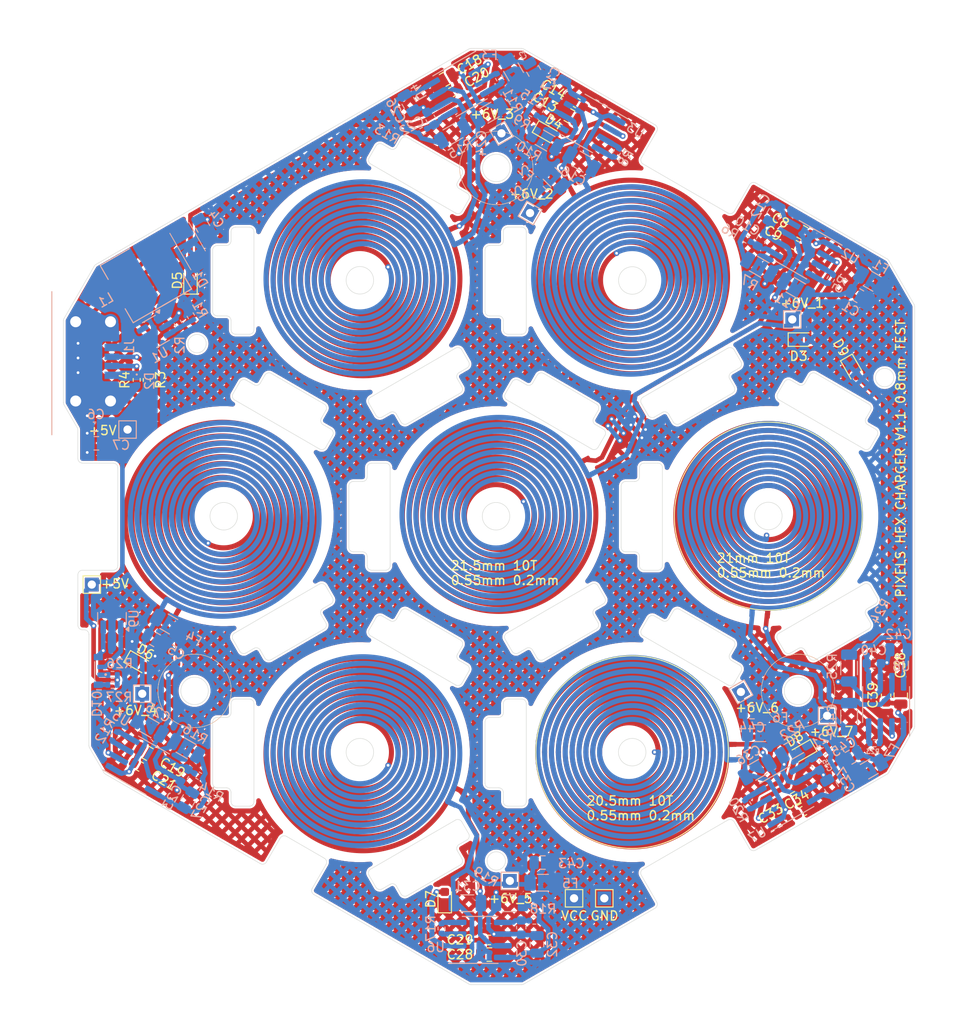
<source format=kicad_pcb>
(kicad_pcb (version 20241229) (generator "pcbnew") (generator_version "9.0")
  (layers (0 "F.Cu" signal) (2 "B.Cu" signal) (13 "F.Paste" user) (15 "B.Paste" user) (5 "F.SilkS" user "F.Silkscreen") (7 "B.SilkS" user "B.Silkscreen") (1 "F.Mask" user) (3 "B.Mask" user) (25 "Edge.Cuts" user))
  (net 0 "")
  (net 1 "GND")
  (net 2 "/Charger1/VCC")
  (net 3 "Net-(U3-FB)")
  (net 4 "Net-(U2-FB)")
  (net 5 "Net-(U2-PVSS)")
  (net 6 "Net-(U3-PVSS)")
  (net 7 "Net-(U4-FB)")
  (net 8 "Net-(U5-FB)")
  (net 9 "Net-(D3-A)")
  (net 10 "Net-(R5-Pad1)")
  (net 11 "Net-(R5-Pad2)")
  (net 12 "Net-(U4-PVSS)")
  (net 13 "Net-(U5-PVSS)")
  (net 14 "Net-(U6-FB)")
  (net 15 "Net-(U6-PVSS)")
  (net 16 "Net-(U7-FB)")
  (net 17 "Net-(U7-PVSS)")
  (net 18 "Net-(U8-FB)")
  (net 19 "Net-(U8-PVSS)")
  (net 20 "Net-(D4-A)")
  (net 21 "Net-(D5-A)")
  (net 22 "Net-(D6-A)")
  (net 23 "Net-(D7-A)")
  (net 24 "Net-(D8-A)")
  (net 25 "Net-(D9-A)")
  (net 26 "Net-(R8-Pad2)")
  (net 27 "Net-(R8-Pad1)")
  (net 28 "Net-(R11-Pad2)")
  (net 29 "Net-(R11-Pad1)")
  (net 30 "Net-(R12-Pad2)")
  (net 31 "Net-(R12-Pad1)")
  (net 32 "Net-(R17-Pad2)")
  (net 33 "Net-(R17-Pad1)")
  (net 34 "Net-(R20-Pad2)")
  (net 35 "Net-(R20-Pad1)")
  (net 36 "Net-(R23-Pad2)")
  (net 37 "Net-(R23-Pad1)")
  (net 38 "+5V")
  (net 39 "/SW")
  (net 40 "Net-(U1-FB)")
  (net 42 "Net-(J1-CC1)")
  (net 43 "Net-(J1-CC2)")
  (net 44 "Net-(D10-A1)")
  (net 45 "Net-(D10-A2)")
  (net 46 "Net-(J2-Pin_1)")
  (net 47 "Net-(J3-Pin_1)")
  (net 48 "Net-(J4-Pin_1)")
  (net 49 "Net-(J5-Pin_1)")
  (net 50 "Net-(J6-Pin_1)")
  (net 51 "Net-(J7-Pin_1)")
  (net 52 "Net-(J8-Pin_1)")
  (net 53 "Net-(D10-K1)")
  (net 54 "/Charger1/+6V")
  (net 55 "/Charger2/+6V")
  (net 56 "/Charger3/+6V")
  (net 57 "/Charger4/+6V")
  (net 58 "/Charger5/+6V")
  (net 59 "/Charger6/+6V")
  (net 60 "/Charger7/+6V")
  (footprint "LED_SMD:LED_0603_1608Metric" (layer "F.Cu") (at 106.641753 115.871249 -30)
    (property "Reference" "D6")
    (property "Value" "LED")
  )
  (footprint "Pixels-dice:COIL_210_10T_055_020" (layer "F.Cu") (at 160.437384 125.565236)
    (property "Reference" "J7" (hide yes))
    (property "Value" "Conn_01x02_Socket")
  )
  (footprint "Capacitor_SMD:C_0603_1608Metric" (layer "F.Cu") (at 178.2 70.3 150)
    (property "Reference" "C9")
    (property "Value" "0.1uF 16V 10% X7R")
  )
  (footprint "Pixels-dice:COIL_215_10T_055_020" (layer "F.Cu") (at 145.587384 99.845236 28)
    (property "Reference" "J2" (hide yes))
    (property "Value" "Conn_01x02_Socket")
  )
  (footprint "Pixels-dice:COIL_215_10T_055_020" (layer "F.Cu") (at 130.737384 74.125236 25)
    (property "Reference" "J4" (hide yes))
    (property "Value" "Conn_01x02_Socket")
  )
  (footprint "Pixels-dice:TestPoint_1.5x1.5_Drill0.9mm" (layer "F.Cu") (at 154.1 141.5)
    (property "Reference" "W4" (hide yes))
    (property "Value" "VCC")
  )
  (footprint "Resistor_SMD:R_0402_1005Metric" (layer "F.Cu") (at 106.4 84.99 90)
    (property "Reference" "R4")
    (property "Value" "5.1k 1%")
  )
  (footprint "LED_SMD:LED_0603_1608Metric" (layer "F.Cu") (at 178.94179 125.570799 -150)
    (property "Reference" "D8")
    (property "Value" "LED")
  )
  (footprint "Capacitor_SMD:C_0805_2012Metric" (layer "F.Cu") (at 179.000001 68.914359 150)
    (property "Reference" "C8")
    (property "Value" "22uF 25V 20% X5R")
  )
  (footprint "LED_SMD:LED_0603_1608Metric" (layer "F.Cu") (at 139.991753 141.592248 90)
    (property "Reference" "D7")
    (property "Value" "LED")
  )
  (footprint "Capacitor_SMD:C_0603_1608Metric" (layer "F.Cu") (at 154.400003 54.814361 150)
    (property "Reference" "C14")
    (property "Value" "0.1uF 16V 10% X7R")
  )
  (footprint "Pixels-dice:TestPoint_1.5x1.5_Drill0.9mm" (layer "F.Cu") (at 157.4 141.5)
    (property "Reference" "W2" (hide yes))
    (property "Value" "GND")
  )
  (footprint "LED_SMD:LED_0603_1608Metric" (layer "F.Cu") (at 112.262706 74.149717 90)
    (property "Reference" "D5")
    (property "Value" "LED")
  )
  (footprint "Resistor_SMD:R_0402_1005Metric" (layer "F.Cu") (at 107.5 84.99 90)
    (property "Reference" "R3")
    (property "Value" "5.1k 1%")
  )
  (footprint "Capacitor_SMD:C_0603_1608Metric" (layer "F.Cu") (at 106.7596 127.133857 -30)
    (property "Reference" "C21")
    (property "Value" "0.1uF 16V 10% X7R")
  )
  (footprint "Capacitor_SMD:C_0805_2012Metric" (layer "F.Cu") (at 139.998928 52.212757 -150)
    (property "Reference" "C18")
    (property "Value" "22uF 25V 20% X5R")
  )
  (footprint "Capacitor_SMD:C_0805_2012Metric" (layer "F.Cu") (at 189.735 119.375002 90)
    (property "Reference" "C38")
    (property "Value" "22uF 25V 20% X5R")
  )
  (footprint "Capacitor_SMD:C_0603_1608Metric" (layer "F.Cu") (at 179.1 132 30)
    (property "Reference" "C34")
    (property "Value" "0.1uF 16V 10% X7R")
  )
  (footprint "Capacitor_SMD:C_0805_2012Metric" (layer "F.Cu") (at 107.6 125.7 -30)
    (property "Reference" "C19")
    (property "Value" "22uF 25V 20% X5R")
  )
  (footprint "Capacitor_SMD:C_0603_1608Metric" (layer "F.Cu") (at 140.798927 53.598398 -150)
    (property "Reference" "C20")
    (property "Value" "0.1uF 16V 10% X7R")
  )
  (footprint "Pixels-dice:COIL_215_10T_055_020" (layer "F.Cu") (at 115.887384 99.845236 -120)
    (property "Reference" "J5" (hide yes))
    (property "Value" "Conn_01x02_Socket")
  )
  (footprint "Pixels-dice:COIL_215_10T_055_020" (layer "F.Cu") (at 130.737384 125.565236 -25)
    (property "Reference" "J6" (hide yes))
    (property "Value" "Conn_01x02_Socket")
  )
  (footprint "LED_SMD:LED_0603_1608Metric" (layer "F.Cu") (at 178.941807 80.595159)
    (property "Reference" "D3")
    (property "Value" "LED")
  )
  (footprint "Capacitor_SMD:C_0805_2012Metric" (layer "F.Cu") (at 178.300001 130.614359 30)
    (property "Reference" "C33")
    (property "Value" "22uF 25V 20% X5R")
  )
  (footprint "Pixels-dice:TestPoint_1.5x1.5_Drill0.9mm" (layer "F.Cu") (at 101.5 107.3)
    (property "Reference" "W3" (hide yes))
    (property "Value" "5V")
  )
  (footprint "Pixels-dice:COIL_205_10T_055_020" (layer "F.Cu") (at 175.287384 99.845236 -95)
    (property "Reference" "J8" (hide yes))
    (property "Value" "Conn_01x02_Socket")
  )
  (footprint "Capacitor_SMD:C_0603_1608Metric" (layer "F.Cu") (at 144.862499 146.034999)
    (property "Reference" "C29")
    (property "Value" "0.1uF 16V 10% X7R")
  )
  (footprint "LED_SMD:LED_0603_1608Metric" (layer "F.Cu") (at 151.19183 58.107354 -30)
    (property "Reference" "D4")
    (property "Value" "LED")
  )
  (footprint "Capacitor_SMD:C_0805_2012Metric" (layer "F.Cu") (at 153.6 56.2 150)
    (property "Reference" "C13")
    (property "Value" "22uF 25V 20% X5R")
  )
  (footprint "LED_SMD:LED_0603_1608Metric" (layer "F.Cu") (at 184.54183 83.828353 -60)
    (property "Reference" "D9")
    (property "Value" "LED")
  )
  (footprint "Capacitor_SMD:C_0603_1608Metric" (layer "F.Cu") (at 188.135 119.375 90)
    (property "Reference" "C39")
    (property "Value" "0.1uF 16V 10% X7R")
  )
  (footprint "Pixels-dice:COIL_215_10T_055_020" (layer "F.Cu") (at 160.437384 74.125236 120)
    (property "Reference" "J3" (hide yes))
    (property "Value" "Conn_01x02_Socket")
  )
  (footprint "Capacitor_SMD:C_0805_2012Metric" (layer "F.Cu") (at 144.862498 147.635)
    (property "Reference" "C28")
    (property "Value" "22uF 25V 20% X5R")
  )
  (footprint "Capacitor_SMD:C_0603_1608Metric" (layer "B.Cu") (at 151.159213 55.959861 -120)
    (property "Reference" "C15")
    (property "Value" "0.1uF 16V 10% X7R")
  )
  (footprint "Resistor_SMD:R_1206_3216Metric" (layer "B.Cu") (at 111.770704 125.144359 -30)
    (property "Reference" "R16")
    (property "Value" "0.91R")
  )
  (footprint "Capacitor_SMD:C_0805_2012Metric" (layer "B.Cu") (at 150.7 137.6)
    (property "Reference" "C43")
    (property "Value" "10uF 50V 10% X5R")
  )
  (footprint "Resistor_SMD:R_0402_1005Metric" (layer "B.Cu") (at 158.743633 60.223258 60)
    (property "Reference" "R8")
    (property "Value" "120K 1%")
  )
  (footprint "Resistor_SMD:R_0402_1005Metric" (layer "B.Cu") (at 103.76 118.23)
    (property "Reference" "R27")
    (property "Value" "100")
  )
  (footprint "Capacitor_SMD:C_1206_3216Metric" (layer "B.Cu") (at 174.074594 127.488687 -150)
    (property "Reference" "C36")
    (property "Value" "33nF 50V COG")
  )
  (footprint "Capacitor_SMD:C_0603_1608Metric" (layer "B.Cu") (at 138.45887 56.505826 -60)
    (property "Reference" "C22")
    (property "Value" "0.1uF 16V 10% X7R")
  )
  (footprint "Resistor_SMD:R_0402_1005Metric" (layer "B.Cu") (at 145.94329 52.069224 120)
    (property "Reference" "R11")
    (property "Value" "120K 1%")
  )
  (footprint "Resistor_SMD:R_0402_1005Metric" (layer "B.Cu") (at 186.035001 114.475 90)
    (property "Reference" "R24")
    (property "Value" "1k 1%")
  )
  (footprint "Capacitor_SMD:C_0805_2012Metric" (layer "B.Cu") (at 175.913858 66.899185 -120)
    (property "Reference" "C12")
    (property "Value" "10uF 50V 10% X5R")
  )
  (footprint "Resistor_SMD:R_1206_3216Metric" (layer "B.Cu") (at 184.1 116.4 90)
    (property "Reference" "R25")
    (property "Value" "0.91R")
  )
  (footprint "Pixels-dice:SOIC-8_3.9x4.9mm_P1.27mm" (layer "B.Cu") (at 141.664952 53.098398 -60)
    (property "Reference" "U4")
    (property "Value" "XKT520")
  )
  (footprint "Pixels-dice:DFN" (layer "B.Cu") (at 106.4 85.1 -90)
    (property "Reference" "D2")
    (property "Value" "D_TVS")
  )
  (footprint "Capacitor_SMD:C_0805_2012Metric" (layer "B.Cu") (at 108.4 113.3 -30)
    (property "Reference" "C5")
    (property "Value" "10uF 50V 10% X5R")
  )
  (footprint "Capacitor_SMD:C_0805_2012Metric" (layer "B.Cu") (at 102 91.9 180)
    (property "Reference" "C7")
    (property "Value" "22uF 25V 20% X5R")
  )
  (footprint "Capacitor_SMD:C_0805_2012Metric" (layer "B.Cu") (at 182.188666 129.458951 120)
    (property "Reference" "C37")
    (property "Value" "10uF 50V 10% X5R")
  )
  (footprint "Capacitor_SMD:C_0603_1608Metric" (layer "B.Cu") (at 148.342761 144.687121 90)
    (property "Reference" "C30")
    (property "Value" "0.1uF 16V 10% X7R")
  )
  (footprint "Capacitor_SMD:C_1206_3216Metric" (layer "B.Cu") (at 178.278461 74.9641 -30)
    (property "Reference" "C11")
    (property "Value" "33nF 50V COG")
  )
  (footprint "Pixels-dice:TestPoint_1.5x1.5_Drill0.9mm" (layer "B.Cu") (at 105.4 90.4 180)
    (property "Reference" "W1" (hide yes))
    (property "Value" "VBUS")
  )
  (footprint "Resistor_SMD:R_1206_3216Metric" (layer "B.Cu") (at 174.294744 72.6641 150)
    (property "Reference" "R7")
    (property "Value" "0.91R")
  )
  (footprint "Resistor_SMD:R_0402_1005Metric" (layer "B.Cu") (at 110.9 78.8 120)
    (property "Reference" "R2")
    (property "Value" "52.3k")
  )
  (footprint "Capacitor_SMD:C_0603_1608Metric" (layer "B.Cu") (at 174.512065 69.727165 -120)
    (property "Reference" "C10")
    (property "Value" "0.1uF 16V 10% X7R")
  )
  (footprint "Fuse:Fuse_1206_3216Metric" (layer "B.Cu") (at 186.618653 74.230385 150)
    (property "Reference" "F1")
    (property "Value" "250mA 150mR")
  )
  (footprint "Pixels-dice:SOIC-8_3.9x4.9mm_P1.27mm" (layer "B.Cu") (at 179.066025 70.799999 -120)
    (property "Reference" "U2")
    (property "Value" "XKT520")
  )
  (footprint "Pixels-dice:SOIC-8_3.9x4.9mm_P1.27mm" (layer "B.Cu") (at 106.999423 127.008461 60)
    (property "Reference" "U5")
    (property "Value" "XKT520")
  )
  (footprint "Resistor_SMD:R_1206_3216Metric" (layer "B.Cu") (at 178.05831 125.188687 30)
    (property "Reference" "R22")
    (property "Value" "0.91R")
  )
  (footprint "Fuse:Fuse_1206_3216Metric" (layer "B.Cu") (at 186.3 127.4 30)
    (property "Reference" "F7")
    (property "Value" "250mA 150mR")
  )
  (footprint "Capacitor_SMD:C_1206_3216Metric" (layer "B.Cu") (at 142.462499 142.035 180)
    (property "Reference" "C31")
    (property "Value" "33nF 50V COG")
  )
  (footprint "Resistor_SMD:R_0402_1005Metric" (layer "B.Cu") (at 103.968963 123.817899 -120)
    (property "Reference" "R12")
    (property "Value" "120K 1%")
  )
  (footprint "Capacitor_SMD:C_0603_1608Metric" (layer "B.Cu") (at 186.787123 115.894737 180)
    (property "Reference" "C40")
    (property "Value" "0.1uF 16V 10% X7R")
  )
  (footprint "Capacitor_SMD:C_0805_2012Metric" (layer "B.Cu") (at 152.561006 53.2 -120)
    (property "Reference" "C17")
    (property "Value" "10uF 50V 10% X5R")
  )
  (footprint "Pixels-dice:TestPoint_1.5x1.5_Drill0.9mm" (layer "B.Cu") (at 181.7 121.6 180)
    (property "Reference" "W11" (hide yes))
    (property "Value" "+6V")
  )
  (footprint "Pixels-dice:TestPoint_1.5x1.5_Drill0.9mm" (layer "B.Cu") (at 147.1 139.6 180)
    (property "Reference" "W9" (hide yes))
    (property "Value" "+6V")
  )
  (footprint "Resistor_SMD:R_0402_1005Metric" (layer "B.Cu") (at 149.553624 55.901349 150)
    (property "Reference" "R9")
    (property "Value" "1k 1%")
  )
  (footprint "Fuse:Fuse_1206_3216Metric" (layer "B.Cu") (at 150.7 139.8 180)
    (property "Reference" "F5")
    (property "Value" "250mA 150mR")
  )
  (footprint "Pixels-dice:XL-3210SURUGC" (layer "B.Cu") (at 102.21 116.71 90)
    (property "Reference" "D10")
    (property "Value" "LED_Dual_KKAA" (hide yes))
  )
  (footprint "Fuse:Fuse_1206_3216Metric" (layer "B.Cu") (at 109.9 111.6 150)
    (property "Reference" "F4")
    (property "Value" "250mA 150mR")
  )
  (footprint "Capacitor_SMD:C_0805_2012Metric" (layer "B.Cu") (at 185.1 75.8 -30)
    (property "Reference" "C1")
    (property "Value" "10uF 50V 10% X5R")
  )
  (footprint "Capacitor_SMD:C_0603_1608Metric" (layer "B.Cu") (at 180.493111 126.84536 120)
    (property "Reference" "C35")
    (property "Value" "0.1uF 16V 10% X7R")
  )
  (footprint "Capacitor_SMD:C_0805_2012Metric" (layer "B.Cu") (at 173.5 121.2)
    (property "Reference" "C44")
    (property "Value" "10uF 50V 10% X5R")
  )
  (footprint "Pixels-dice:SOIC-8_3.9x4.9mm_P1.27mm" (layer "B.Cu") (at 177.287029 130.252788 120)
    (property "Reference" "U7")
    (property "Value" "XKT520")
  )
  (footprint "Pixels-dice:SOIC-8_3.9x4.9mm_P1.27mm" (layer "B.Cu") (at 143.862499 146.035 90)
    (property "Reference" "U6")
    (property "Value" "XKT520")
  )
  (footprint "Resistor_SMD:R_0402_1005Metric" (layer "B.Cu") (at 173.008692 131.281961 -60)
    (property "Reference" "R20")
    (property "Value" "120K 1%")
  )
  (footprint "Pixels-dice:USB-C-SMD_10P-P1.00-L6.8-W8.9" (layer "B.Cu") (at 101.641791 82.969802 180)
    (property "Reference" "J1")
    (property "Value" "USB_C_Receptacle_USB2.0")
  )
  (footprint "Capacitor_SMD:C_0805_2012Metric" (layer "B.Cu") (at 149.7 51.3 -60)
    (property "Reference" "C3")
    (property "Value" "10uF 50V 10% X5R")
  )
  (footprint "Resistor_SMD:R_0402_1005Metric" (layer "B.Cu") (at 149.762498 143.935)
    (property "Reference" "R18")
    (property "Value" "1k 1%")
  )
  (footprint "Fuse:Fuse_1206_3216Metric" (layer "B.Cu") (at 174.4 123.5 180)
    (property "Reference" "F6")
    (property "Value" "250mA 150mR")
  )
  (footprint "Capacitor_SMD:C_0805_2012Metric" (layer "B.Cu") (at 150.056074 146.5225 90)
    (property "Reference" "C32")
    (property "Value" "10uF 50V 10% X5R")
  )
  (footprint "Pixels-dice:TestPoint_1.5x1.5_Drill0.9mm" (layer "B.Cu") (at 177.9 78.4 180)
    (property "Reference" "W5" (hide yes))
    (property "Value" "+6V")
  )
  (footprint "Resistor_SMD:R_0402_1005Metric" (layer "B.Cu") (at 103.77 117.15)
    (property "Reference" "R26")
    (property "Value" "100")
  )
  (footprint "Resistor_SMD:R_1206_3216Metric" (layer "B.Cu") (at 147.0625 142.035)
    (property "Reference" "R19")
    (property "Value" "0.91R")
  )
  (footprint "Capacitor_SMD:C_1206_3216Metric" (layer "B.Cu") (at 107.786988 122.84436 150)
    (property "Reference" "C25")
    (property "Value" "33nF 50V COG")
  )
  (footprint "Resistor_SMD:R_0402_1005Metric" (layer "B.Cu") (at 181.346578 125.484135 30)
    (property "Reference" "R21")
    (property "Value" "1k 1%")
  )
  (footprint "Resistor_SMD:R_0402_1005Metric" (layer "B.Cu") (at 139.642764 144.787121 -90)
    (property "Reference" "R17")
    (property "Value" "120K 1%")
  )
  (footprint "Pixels-dice:TestPoint_1.5x1.5_Drill0.9mm" (layer "B.Cu") (at 149.3 66.8 -120)
    (property "Reference" "W6" (hide yes))
    (property "Value" "+6V")
  )
  (footprint "Capacitor_SMD:C_0805_2012Metric" (layer "B.Cu") (at 150.4 64.6 135)
    (property "Reference" "C2")
    (property "Value" "10uF 50V 10% X5R")
  )
  (footprint "Package_TO_SOT_SMD:SOT-23" (layer "B.Cu") (at 103.7 111 90)
    (property "Reference" "U9")
    (property "Value" "SSP61CN4802MR")
  )
  (footprint "Pixels-dice:SOIC-8_3.9x4.9mm_P1.27mm" (layer "B.Cu") (at 188.135 120.375 180)
    (property "Reference" "U8")
    (property "Value" "XKT520")
  )
  (footprint "Pixels-dice:TestPoint_1.5x1.5_Drill0.9mm" (layer "B.Cu") (at 172.3 119 -150)
    (property "Reference" "W10" (hide yes))
    (property "Value" "+6V")
  )
  (footprint "Capacitor_SMD:C_0805_2012Metric" (layer "B.Cu") (at 112 130.8 60)
    (property "Reference" "C27")
    (property "Value" "10uF 50V 10% X5R")
  )
  (footprint "Capacitor_SMD:C_0805_2012Metric" (layer "B.Cu") (at 136.1 54.8 -60)
    (property "Reference" "C26")
    (property "Value" "10uF 50V 10% X5R")
  )
  (footprint "Fuse:Fuse_1206_3216Metric" (layer "B.Cu") (at 147.5 51.412436 120)
    (property "Reference" "F3")
    (property "Value" "250mA 150mR")
  )
  (footprint "Inductor_SMD:L_Wuerth_HCM-7050" (layer "B.Cu") (at 107.4 73.8 30)
    (property "Reference" "L1")
    (property "Value" "10uH 500mA")
  )
  (footprint "Resistor_SMD:R_0402_1005Metric" (layer "B.Cu") (at 182.096484 73.990561 60)
    (property "Reference" "R5")
    (property "Value" "120K 1%")
  )
  (footprint "Resistor_SMD:R_1206_3216Metric" (layer "B.Cu") (at 140.893671 58.1625 -150)
    (property "Reference" "R15")
    (property "Value" "0.91R")
  )
  (footprint "Capacitor_SMD:C_0805_2012Metric" (layer "B.Cu") (at 113.6 68.3 120)
    (property "Reference" "C4")
    (property "Value" "22uF 25V 20% X5R")
  )
  (footprint "Resistor_SMD:R_0402_1005Metric" (layer "B.Cu") (at 113.158973 128.139808 -30)
    (property "Reference" "R14")
    (property "Value" "1k 1%")
  )
  (footprint "Capacitor_SMD:C_1206_3216Metric" (layer "B.Cu") (at 184.1 121.7 -90)
    (property "Reference" "C41")
    (property "Value" "33nF 50V COG")
  )
  (footprint "Capacitor_SMD:C_0805_2012Metric" (layer "B.Cu") (at 189.5 114.4 180)
    (property "Reference" "C42")
    (property "Value" "10uF 50V 10% X5R")
  )
  (footprint "Fuse:Fuse_1206_3216Metric" (layer "B.Cu") (at 151.8 62.9 -45)
    (property "Reference" "F2")
    (property "Value" "250mA 150mR")
  )
  (footprint "Pixels-dice:SOIC-8_3.9x4.9mm_P1.27mm" (layer "B.Cu") (at 155.713173 57.032696 -120)
    (property "Reference" "U3")
    (property "Value" "XKT520")
  )
  (footprint "Pixels-dice:TestPoint_1.5x1.5_Drill0.9mm" (layer "B.Cu") (at 146.183546 58.109249 -150)
    (property "Reference" "W7" (hide yes))
    (property "Value" "+6V")
  )
  (footprint "Resistor_SMD:R_0402_1005Metric" (layer "B.Cu") (at 186.887122 124.594736)
    (property "Reference" "R23")
    (property "Value" "120K 1%")
  )
  (footprint "Resistor_SMD:R_0402_1005Metric" (layer "B.Cu") (at 137.605402 57.867051 -150)
    (property "Reference" "R13")
    (property "Value" "1k 1%")
  )
  (footprint "Package_TO_SOT_SMD:SOT-23-6" (layer "B.Cu") (at 108.5 79.7 -150)
    (property "Reference" "U1")
    (property "Value" "MT3608B")
  )
  (footprint "Capacitor_SMD:C_1206_3216Metric" (layer "B.Cu") (at 154.925608 61.196798 -30)
    (property "Reference" "C16")
    (property "Value" "33nF 50V COG")
  )
  (footprint "Capacitor_SMD:C_0805_2012Metric" (layer "B.Cu") (at 184.26659 126.111889 -150)
    (property "Reference" "C45")
    (property "Value" "10uF 50V 10% X5R")
  )
  (footprint "Capacitor_SMD:C_0603_1608Metric" (layer "B.Cu") (at 101.8 90.1 180)
    (property "Reference" "C6")
    (property "Value" "0.1uF 16V 10% X7R")
  )
  (footprint "Resistor_SMD:R_0402_1005Metric" (layer "B.Cu") (at 112.3 78 -60)
    (property "Reference" "R1")
    (property "Value" "470k")
  )
  (footprint "Capacitor_SMD:C_0603_1608Metric" (layer "B.Cu") (at 111.553383 128.081297 60)
    (property "Reference" "C23")
    (property "Value" "0.1uF 16V 10% X7R")
  )
  (footprint "Resistor_SMD:R_0402_1005Metric" (layer "B.Cu") (at 172.906476 69.668653 150)
    (property "Reference" "R6")
    (property "Value" "1k 1%")
  )
  (footprint "Pixels-dice:SMAF" (layer "B.Cu") (at 112.2 70.4 120)
    (property "Reference" "D1")
    (property "Value" "D")
  )
  (footprint "Pixels-dice:TestPoint_1.5x1.5_Drill0.9mm" (layer "B.Cu") (at 107 119.2 180)
    (property "Reference" "W8" (hide yes))
    (property "Value" "+6V")
  )
  (footprint "Resistor_SMD:R_1206_3216Metric" (layer "B.Cu") (at 150.941892 58.896798 150)
    (property "Reference" "R10")
    (property "Value" "0.91R")
  )
  (footprint "Capacitor_SMD:C_1206_3216Metric" (layer "B.Cu") (at 144.877388 55.8625 30)
    (property "Reference" "C24")
    (property "Value" "33nF 50V COG")
  )
  (gr_circle (center 145.619315 61.886057) (end 149.619315 61.886057) (stroke (width 0.05)) (fill no) (layer "F.SilkS"))
  (gr_circle (center 112.710419 118.885547) (end 116.710419 118.885547) (stroke (width 0.05)) (fill no) (layer "F.SilkS"))
  (gr_circle (center 178.528758 118.88586) (end 182.528758 118.88586) (stroke (width 0.05)) (fill no) (layer "F.SilkS"))
  (gr_circle (center 178.528758 118.88586) (end 182.528758 118.88586) (stroke (width 0.05)) (fill no) (layer "B.SilkS"))
  (gr_circle (center 145.619315 61.886057) (end 149.619315 61.886057) (stroke (width 0.05)) (fill no) (layer "B.SilkS"))
  (gr_circle (center 112.710419 118.885547) (end 116.710419 118.885547) (stroke (width 0.05)) (fill no) (layer "B.SilkS"))
  (gr_arc (start 163.738288 105.2342) (mid 163.591831 105.587758) (end 163.238265 105.734188) (stroke (width 0.05)) (layer "Edge.Cuts"))
  (gr_line (start 144.8883 78.013271) (end 145.888299 78.01327) (stroke (width 0.05)) (layer "Edge.Cuts"))
  (gr_line (start 116.688319 130.955164) (end 116.688294 130.955164) (stroke (width 0.05)) (layer "Edge.Cuts"))
  (gr_arc (start 146.888327 131.45518) (mid 146.53476 131.308739) (end 146.38832 130.955201) (stroke (width 0.05)) (layer "Edge.Cuts"))
  (gr_arc (start 98.471408 87.710123) (mid 98.421462 87.589526) (end 98.404443 87.460143) (stroke (width 0.05)) (layer "Edge.Cuts"))
  (gr_line (start 172.302879 83.011119) (end 171.557819 81.720639) (stroke (width 0.05)) (layer "Edge.Cuts"))
  (gr_line (start 191.188927 76.753607) (end 188.43204 71.978537) (stroke (width 0.05)) (layer "Edge.Cuts"))
  (gr_line (start 163.738288 105.2342) (end 163.738293 94.567559) (stroke (width 0.05)) (layer "Edge.Cuts"))
  (gr_line (start 131.741797 138.991669) (end 132.493664 140.293853) (stroke (width 0.05)) (layer "Edge.Cuts"))
  (gr_line (start 115.188401 129.455181) (end 116.1884 129.45518) (stroke (width 0.05)) (layer "Edge.Cuts"))
  (gr_line (start 122.749748 134.754863) (end 126.860996 137.128494) (stroke (width 0.05)) (layer "Edge.Cuts"))
  (gr_arc (start 141.16334 132.974698) (mid 141.548752 132.920863) (end 141.857508 133.16201) (stroke (width 0.05)) (layer "Edge.Cuts"))
  (gr_arc (start 176.294921 113.276126) (mid 176.242046 112.890441) (end 176.48092 112.584081) (stroke (width 0.05)) (layer "Edge.Cuts"))
  (gr_arc (start 127.015952 92.33748) (mid 126.708623 92.571476) (end 126.323939 92.515362) (stroke (width 0.05)) (layer "Edge.Cuts"))
  (gr_arc (start 116.688293 121.282136) (mid 116.540984 121.634319) (end 116.184984 121.779887) (stroke (width 0.05)) (layer "Edge.Cuts"))
  (gr_arc (start 148.888293 130.948172) (mid 148.744373 131.306176) (end 148.39473 131.4551) (stroke (width 0.05)) (layer "Edge.Cuts"))
  (gr_line (start 131.75765 60.774027) (end 131.757687 60.774049) (stroke (width 0.05)) (layer "Edge.Cuts"))
  (gr_arc (start 126.846807 87.621098) (mid 127.083212 87.924744) (end 127.033876 88.306379) (stroke (width 0.05)) (layer "Edge.Cuts"))
  (gr_line (start 146.388329 79.513295) (end 146.388294 79.513295) (stroke (width 0.05)) (layer "Edge.Cuts"))
  (gr_arc (start 98.404179 78.539114) (mid 98.420667 78.411691) (end 98.470122 78.290779) (stroke (width 0.05)) (layer "Edge.Cuts"))
  (gr_line (start 162.874761 89.031746) (end 163.744979 88.529327) (stroke (width 0.05)) (layer "Edge.Cuts"))
  (gr_line (start 100.4835 94.058931) (end 102.338294 94.058931) (stroke (width 0.05)) (layer "Edge.Cuts"))
  (gr_arc (start 178.583023 114.257185) (mid 178.965737 114.201541) (end 179.273593 114.43559) (stroke (width 0.05)) (layer "Edge.Cuts"))
  (gr_arc (start 146.594921 113.276126) (mid 146.540017 112.898212) (end 146.768918 112.591012) (stroke (width 0.05)) (layer "Edge.Cuts"))
  (gr_circle (center 145.619315 61.886057) (end 147.119315 61.886057) (stroke (width 0.05)) (fill no) (layer "Edge.Cuts"))
  (gr_arc (start 104.338294 105.2342) (mid 104.189764 105.589864) (end 103.830015 105.734226) (stroke (width 0.05)) (layer "Edge.Cuts"))
  (gr_line (start 161.630867 138.305066) (end 170.863398 132.97466) (stroke (width 0.05)) (layer "Edge.Cuts"))
  (gr_arc (start 146.388294 120.279799) (mid 146.536855 119.924184) (end 146.894226 119.77993) (stroke (width 0.05)) (layer "Edge.Cuts"))
  (gr_line (start 134.05392 111.238809) (end 134.053915 111.238818) (stroke (width 0.05)) (layer "Edge.Cuts"))
  (gr_arc (start 156.2166 110.590781) (mid 156.171921 110.214564) (end 156.407028 109.913197) (stroke (width 0.05)) (layer "Edge.Cuts"))
  (gr_line (start 176.294921 113.276126) (end 177.041762 114.569693) (stroke (width 0.05)) (layer "Edge.Cuts"))
  (gr_line (start 185.732814 92.520484) (end 185.73283 92.520456) (stroke (width 0.05)) (layer "Edge.Cuts"))
  (gr_arc (start 165.61267 89.7604) (mid 165.230766 89.814603) (end 164.923908 89.580786) (stroke (width 0.05)) (layer "Edge.Cuts"))
  (gr_line (start 156.407028 109.913197) (end 157.274433 109.4124) (stroke (width 0.05)) (layer "Edge.Cuts"))
  (gr_line (start 163.753875 111.238798) (end 163.7539 111.238755) (stroke (width 0.05)) (layer "Edge.Cuts"))
  (gr_line (start 156.537766 112.147116) (end 156.537774 112.14713) (stroke (width 0.05)) (layer "Edge.Cuts"))
  (gr_line (start 185.719842 107.249987) (end 176.48092 112.584081) (stroke (width 0.05)) (layer "Edge.Cuts"))
  (gr_line (start 142.602878 83.011119) (end 141.857844 81.720684) (stroke (width 0.05)) (layer "Edge.Cuts"))
  (gr_line (start 114.688294 70.838) (end 114.688293 77.521038) (stroke (width 0.05)) (layer "Edge.Cuts"))
  (gr_arc (start 148.369701 48.853422) (mid 148.50209 48.869867) (end 148.624852 48.920398) (stroke (width 0.05)) (layer "Edge.Cuts"))
  (gr_arc (start 119.190846 114.252668) (mid 119.571948 114.203202) (end 119.875531 114.438789) (stroke (width 0.05)) (layer "Edge.Cuts"))
  (gr_line (start 141.867378 85.737194) (end 141.370849 84.87718) (stroke (width 0.05)) (layer "Edge.Cuts"))
  (gr_line (start 172.315922 65.317539) (end 171.565995 66.616448) (stroke (width 0.05)) (layer "Edge.Cuts"))
  (gr_line (start 142.615911 116.759411) (end 142.615933 116.759424) (stroke (width 0.05)) (layer "Edge.Cuts"))
  (gr_line (start 186.415975 92.337439) (end 187.165921 91.038508) (stroke (width 0.05)) (layer "Edge.Cuts"))
  (gr_line (start 134.038293 105.2342) (end 134.038293 94.545833) (stroke (width 0.05)) (layer "Edge.Cuts"))
  (gr_line (start 116.184984 121.779887) (end 115.193433 121.779887) (stroke (width 0.05)) (layer "Edge.Cuts"))
  (gr_line (start 161.457794 60.773778) (end 161.457844 60.773807) (stroke (width 0.05)) (layer "Edge.Cuts"))
  (gr_line (start 170.882823 66.799538) (end 161.637947 61.462005) (stroke (width 0.05)) (layer "Edge.Cuts"))
  (gr_line (start 157.452923 108.732153) (end 156.697624 107.423934) (stroke (width 0.05)) (layer "Edge.Cuts"))
  (gr_arc (start 141.370849 84.87718) (mid 141.322112 84.493144) (end 141.56141 84.189711) (stroke (width 0.05)) (layer "Edge.Cuts"))
  (gr_line (start 104.338293 94.572431) (end 104.338294 105.2342) (stroke (width 0.05)) (layer "Edge.Cuts"))
  (gr_line (start 135.912411 141.202458) (end 141.692096 137.865589) (stroke (width 0.05)) (layer "Edge.Cuts"))
  (gr_line (start 162.20482 59.47989) (end 163.132212 57.8736) (stroke (width 0.05)) (layer "Edge.Cuts"))
  (gr_arc (start 177.054796 85.200938) (mid 177.36251 84.966864) (end 177.740821 85.019559) (stroke (width 0.05)) (layer "Edge.Cuts"))
  (gr_line (start 144.8883 129.455181) (end 145.890749 129.45518) (stroke (width 0.05)) (layer "Edge.Cuts"))
  (gr_line (start 147.341802 114.569669) (end 147.341762 114.569692) (stroke (width 0.05)) (layer "Edge.Cuts"))
  (gr_line (start 146.8883 80.013271) (end 148.388173 80.013272) (stroke (width 0.05)) (layer "Edge.Cuts"))
  (gr_line (start 144.388329 77.5133) (end 144.388293 77.5133) (stroke (width 0.05)) (layer "Edge.Cuts"))
  (gr_line (start 161.457794 60.773778) (end 162.20482 59.47989) (stroke (width 0.05)) (layer "Edge.Cuts"))
  (gr_arc (start 115.188401 129.455181) (mid 114.836953 129.310902) (end 114.688293 128.963545) (stroke (width 0.05)) (layer "Edge.Cuts"))
  (gr_line (start 131.937943 112.903911) (end 141.18284 118.241458) (stroke (width 0.05)) (layer "Edge.Cuts"))
  (gr_line (start 179.786873 84.468792) (end 179.285087 85.337909) (stroke (width 0.05)) (layer "Edge.Cuts"))
  (gr_line (start 156.546883 87.621142) (end 150.767032 84.284125) (stroke (width 0.05)) (layer "Edge.Cuts"))
  (gr_line (start 141.865917 66.616516) (end 142.615931 65.317524) (stroke (width 0.05)) (layer "Edge.Cuts"))
  (gr_arc (start 176.487816 87.182886) (mid 176.254103 86.876416) (end 176.307828 86.494768) (stroke (width 0.05)) (layer "Edge.Cuts"))
  (gr_line (start 142.615905 65.317509) (end 142.615931 65.317524) (stroke (width 0.05)) (layer "Edge.Cuts"))
  (gr_line (start 148.024786 114.752689) (end 148.89855 114.248222) (stroke (width 0.05)) (layer "Edge.Cuts"))
  (gr_line (start 187.151535 108.729748) (end 186.408231 107.442305) (stroke (width 0.05)) (layer "Edge.Cuts"))
  (gr_arc (start 156.546883 87.621142) (mid 156.78326 87.924745) (end 156.735582 88.303476) (stroke (width 0.05)) (layer "Edge.Cuts"))
  (gr_line (start 179.773776 115.30168) (end 179.773817 115.301656) (stroke (width 0.05)) (layer "Edge.Cuts"))
  (gr_line (start 98.404179 78.539114) (end 98.404423 87.460143) (stroke (width 0.05)) (layer "Edge.Cuts"))
  (gr_arc (start 163.11922 141.897053) (mid 163.169162 142.276374) (end 162.939591 142.57797) (stroke (width 0.05)) (layer "Edge.Cuts"))
  (gr_arc (start 99.917653 90.215176) (mid 99.96711 90.336289) (end 99.983488 90.468302) (stroke (width 0.05)) (layer "Edge.Cuts"))
  (gr_line (start 161.238331 105.2341) (end 161.238293 105.2341) (stroke (width 0.05)) (layer "Edge.Cuts"))
  (gr_line (start 148.384695 119.779886) (end 146.894227 119.779887) (stroke (width 0.05)) (layer "Edge.Cuts"))
  (gr_arc (start 170.863398 132.97466) (mid 171.24905 132.92094) (end 171.557537 133.162058) (stroke (width 0.05)) (layer "Edge.Cuts"))
  (gr_line (start 145.888163 70.337977) (end 144.893429 70.337977) (stroke (width 0.05)) (layer "Edge.Cuts"))
  (gr_line (start 159.238327 103.2341) (end 159.238293 103.2341) (stroke (width 0.05)) (layer "Edge.Cuts"))
  (gr_line (start 101.766442 72.581389) (end 98.470122 78.290779) (stroke (width 0.05)) (layer "Edge.Cuts"))
  (gr_line (start 186.1098 109.911598) (end 186.970009 109.414954) (stroke (width 0.05)) (layer "Edge.Cuts"))
  (gr_arc (start 141.370891 136.319013) (mid 141.321648 135.936989) (end 141.557201 135.634052) (stroke (width 0.05)) (layer "Edge.Cuts"))
  (gr_line (start 141.865922 118.058418) (end 142.615933 116.759424) (stroke (width 0.05)) (layer "Edge.Cuts"))
  (gr_line (start 159.238293 96.559) (end 159.238293 103.2341) (stroke (width 0.05)) (layer "Edge.Cuts"))
  (gr_line (start 102.338294 94.058931) (end 103.8382 94.058932) (stroke (width 0.05)) (layer "Edge.Cuts"))
  (gr_circle (center 160.44179 125.5698) (end 161.94179 125.5698) (stroke (width 0.05)) (fill no) (layer "Edge.Cuts"))
  (gr_line (start 156.236633 89.167776) (end 156.236593 89.167752) (stroke (width 0.05)) (layer "Edge.Cuts"))
  (gr_line (start 146.388293 68.837901) (end 146.388294 69.831165) (stroke (width 0.05)) (layer "Edge.Cuts"))
  (gr_line (start 133.5383 94.058931) (end 132.032317 94.058932) (stroke (width 0.05)) (layer "Edge.Cuts"))
  (gr_arc (start 116.688294 68.838) (mid 116.833258 68.485933) (end 117.1883 68.337994) (stroke (width 0.05)) (layer "Edge.Cuts"))
  (gr_arc (start 186.247945 87.621755) (mid 186.483251 87.924749) (end 186.433925 88.306349) (stroke (width 0.05)) (layer "Edge.Cuts"))
  (gr_line (start 119.875572 114.438766) (end 119.875531 114.438789) (stroke (width 0.05)) (layer "Edge.Cuts"))
  (gr_line (start 131.75781 112.215658) (end 131.75785 112.215682) (stroke (width 0.05)) (layer "Edge.Cuts"))
  (gr_arc (start 121.056811 115.484736) (mid 120.678586 115.535015) (end 120.376183 115.305853) (stroke (width 0.05)) (layer "Edge.Cuts"))
  (gr_line (start 101.183489 112.738672) (end 101.183454 112.738672) (stroke (width 0.05)) (layer "Edge.Cuts"))
  (gr_line (start 103.830015 105.734226) (end 102.338294 105.734225) (stroke (width 0.05)) (layer "Edge.Cuts"))
  (gr_line (start 171.086715 114.888495) (end 171.086755 114.888518) (stroke (width 0.05)) (layer "Edge.Cuts"))
  (gr_circle (center 112.982002 81.035574) (end 113.982002 81.035574) (stroke (width 0.05)) (fill no) (layer "Edge.Cuts"))
  (gr_line (start 161.745283 105.734224) (end 163.238265 105.734225) (stroke (width 0.05)) (layer "Edge.Cuts"))
  (gr_line (start 99.983488 90.468302) (end 99.983488 93.563142) (stroke (width 0.05)) (layer "Edge.Cuts"))
  (gr_line (start 131.937883 61.46194) (end 141.182846 66.799552) (stroke (width 0.05)) (layer "Edge.Cuts"))
  (gr_arc (start 127.582831 90.355435) (mid 127.815823 90.659081) (end 127.765865 91.038529) (stroke (width 0.05)) (layer "Edge.Cuts"))
  (gr_line (start 141.557201 135.634052) (end 142.419882 135.13598) (stroke (width 0.05)) (layer "Edge.Cuts"))
  (gr_arc (start 161.44367 87.55301) (mid 161.392363 87.168235) (end 161.631048 86.863052) (stroke (width 0.05)) (layer "Edge.Cuts"))
  (gr_arc (start 102.988623 127.964574) (mid 102.886538 127.886575) (end 102.808344 127.786226) (stroke (width 0.05)) (layer "Edge.Cuts"))
  (gr_arc (start 157.282874 90.355468) (mid 157.515865 90.659086) (end 157.465916 91.038502) (stroke (width 0.05)) (layer "Edge.Cuts"))
  (gr_line (start 161.238293 104.243309) (end 161.238293 105.2341) (stroke (width 0.05)) (layer "Edge.Cuts"))
  (gr_line (start 141.700814 113.344366) (end 135.922796 110.008407) (stroke (width 0.05)) (layer "Edge.Cuts"))
  (gr_line (start 161.44367 87.55301) (end 162.191825 88.848756) (stroke (width 0.05)) (layer "Edge.Cuts"))
  (gr_line (start 134.726437 140.161214) (end 135.223866 141.022702) (stroke (width 0.05)) (layer "Edge.Cuts"))
  (gr_arc (start 156.019843 107.249988) (mid 156.395133 107.198919) (end 156.697624 107.423934) (stroke (width 0.05)) (layer "Edge.Cuts"))
  (gr_line (start 176.307788 86.494744) (end 176.307828 86.494768) (stroke (width 0.05)) (layer "Edge.Cuts"))
  (gr_line (start 127.020779 111.464069) (end 126.52494 110.605226) (stroke (width 0.05)) (layer "Edge.Cuts"))
  (gr_circle (center 178.528758 118.88586) (end 180.028758 118.88586) (stroke (width 0.05)) (fill no) (layer "Edge.Cuts"))
  (gr_line (start 130.045032 103.734225) (end 131.038301 103.734226) (stroke (width 0.05)) (layer "Edge.Cuts"))
  (gr_arc (start 142.612215 48.921719) (mid 142.733027 48.870999) (end 142.860258 48.853422) (stroke (width 0.05)) (layer "Edge.Cuts"))
  (gr_arc (start 131.538294 94.558999) (mid 131.681817 94.208351) (end 132.032317 94.058932) (stroke (width 0.05)) (layer "Edge.Cuts"))
  (gr_line (start 148.3883 68.337977) (end 146.893325 68.337977) (stroke (width 0.05)) (layer "Edge.Cuts"))
  (gr_arc (start 146.388293 121.27249) (mid 146.244408 121.630787) (end 145.88816 121.779846) (stroke (width 0.05)) (layer "Edge.Cuts"))
  (gr_arc (start 186.982906 90.355477) (mid 187.215873 90.659085) (end 187.165921 91.038508) (stroke (width 0.05)) (layer "Edge.Cuts"))
  (gr_arc (start 116.891719 113.270582) (mid 116.841324 112.892884) (end 117.06947 112.590692) (stroke (width 0.05)) (layer "Edge.Cuts"))
  (gr_line (start 147.354726 85.201007) (end 146.604804 86.49991) (stroke (width 0.05)) (layer "Edge.Cuts"))
  (gr_line (start 164.934853 110.193244) (end 164.436869 111.055776) (stroke (width 0.05)) (layer "Edge.Cuts"))
  (gr_line (start 141.883833 114.027412) (end 141.883855 114.027425) (stroke (width 0.05)) (layer "Edge.Cuts"))
  (gr_line (start 146.894227 119.779887) (end 146.894226 119.77993) (stroke (width 0.05)) (layer "Edge.Cuts"))
  (gr_arc (start 141.169862 81.529022) (mid 141.552822 81.480014) (end 141.857844 81.720684) (stroke (width 0.05)) (layer "Edge.Cuts"))
  (gr_line (start 116.891719 113.270582) (end 117.645463 114.576104) (stroke (width 0.05)) (layer "Edge.Cuts"))
  (gr_arc (start 114.688294 70.838) (mid 114.833258 70.485933) (end 115.188301 70.337994) (stroke (width 0.05)) (layer "Edge.Cuts"))
  (gr_line (start 99.983488 106.2342) (end 99.983488 111.737664) (stroke (width 0.05)) (layer "Edge.Cuts"))
  (gr_line (start 171.557537 133.162058) (end 172.302857 134.452991) (stroke (width 0.05)) (layer "Edge.Cuts"))
  (gr_arc (start 135.91253 89.760478) (mid 135.531766 89.814938) (end 135.227274 89.586786) (stroke (width 0.05)) (layer "Edge.Cuts"))
  (gr_arc (start 147.354726 85.201007) (mid 147.654355 84.969071) (end 148.037994 85.017924) (stroke (width 0.05)) (layer "Edge.Cuts"))
  (gr_line (start 179.27365 114.435557) (end 179.773776 115.30168) (stroke (width 0.05)) (layer "Edge.Cuts"))
  (gr_line (start 115.188301 70.337994) (end 115.188301 70.337977) (stroke (width 0.05)) (layer "Edge.Cuts"))
  (gr_circle (center 175.293971 99.824894) (end 176.793972 99.824894) (stroke (width 0.05)) (fill no) (layer "Edge.Cuts"))
  (gr_line (start 127.582831 90.355435) (end 126.71676 89.855408) (stroke (width 0.05)) (layer "Edge.Cuts"))
  (gr_line (start 179.273593 114.43559) (end 179.27365 114.435557) (stroke (width 0.05)) (layer "Edge.Cuts"))
  (gr_line (start 164.428418 88.722737) (end 164.923873 89.580806) (stroke (width 0.05)) (layer "Edge.Cuts"))
  (gr_line (start 148.888293 130.948172) (end 148.888294 120.274156) (stroke (width 0.05)) (layer "Edge.Cuts"))
  (gr_line (start 134.053955 59.796926) (end 133.191541 59.299019) (stroke (width 0.05)) (layer "Edge.Cuts"))
  (gr_line (start 163.11922 141.897053) (end 162.191756 140.290638) (stroke (width 0.05)) (layer "Edge.Cuts"))
  (gr_line (start 100.4835 112.234226) (end 100.6835 112.234226) (stroke (width 0.05)) (layer "Edge.Cuts"))
  (gr_arc (start 162.874761 89.031746) (mid 162.495408 89.081687) (end 162.191845 88.848744) (stroke (width 0.05)) (layer "Edge.Cuts"))
  (gr_arc (start 141.700818 61.902459) (mid 141.933016 62.203211) (end 141.883841 62.585517) (stroke (width 0.05)) (layer "Edge.Cuts"))
  (gr_line (start 146.38832 130.955201) (end 146.388294 130.955201) (stroke (width 0.05)) (layer "Edge.Cuts"))
  (gr_line (start 148.903881 85.517792) (end 148.903859 85.517831) (stroke (width 0.05)) (layer "Edge.Cuts"))
  (gr_arc (start 171.070866 84.877156) (mid 171.021971 84.493752) (end 171.260083 84.19048) (stroke (width 0.05)) (layer "Edge.Cuts"))
  (gr_arc (start 191.188927 76.753607) (mid 191.2384 76.872468) (end 191.255871 77.0035) (stroke (width 0.05)) (layer "Edge.Cuts"))
  (gr_line (start 121.056811 115.484736) (end 126.841692 112.144868) (stroke (width 0.05)) (layer "Edge.Cuts"))
  (gr_arc (start 161.637947 61.462005) (mid 161.40418 61.155491) (end 161.457844 60.773807) (stroke (width 0.05)) (layer "Edge.Cuts"))
  (gr_arc (start 161.745283 105.734224) (mid 161.387272 105.590204) (end 161.238331 105.2341) (stroke (width 0.05)) (layer "Edge.Cuts"))
  (gr_line (start 145.88816 121.779846) (end 145.88816 121.779886) (stroke (width 0.05)) (layer "Edge.Cuts"))
  (gr_line (start 132.045032 105.734224) (end 133.538265 105.734226) (stroke (width 0.05)) (layer "Edge.Cuts"))
  (gr_arc (start 149.584956 85.33814) (mid 149.281353 85.568274) (end 148.903881 85.517792) (stroke (width 0.05)) (layer "Edge.Cuts"))
  (gr_line (start 148.903859 85.517831) (end 148.037994 85.017924) (stroke (width 0.05)) (layer "Edge.Cuts"))
  (gr_arc (start 116.1884 129.45518) (mid 116.541896 129.601602) (end 116.688294 129.960198) (stroke (width 0.05)) (layer "Edge.Cuts"))
  (gr_line (start 144.893429 70.33802) (end 144.893429 70.337977) (stroke (width 0.05)) (layer "Edge.Cuts"))
  (gr_arc (start 132.045032 105.734224) (mid 131.687142 105.590131) (end 131.538331 105.234065) (stroke (width 0.05)) (layer "Edge.Cuts"))
  (gr_line (start 188.250697 71.798393) (end 173.929057 63.529786) (stroke (width 0.05)) (layer "Edge.Cuts"))
  (gr_arc (start 185.719842 107.249987) (mid 186.103413 107.201135) (end 186.408231 107.442305) (stroke (width 0.05)) (layer "Edge.Cuts"))
  (gr_line (start 171.260083 84.19048) (end 172.119879 83.694078) (stroke (width 0.05)) (layer "Edge.Cuts"))
  (gr_line (start 117.193433 119.779919) (end 117.193433 119.779887) (stroke (width 0.05)) (layer "Edge.Cuts"))
  (gr_arc (start 141.870877 137.185164) (mid 141.921262 137.562765) (end 141.692096 137.865589) (stroke (width 0.05)) (layer "Edge.Cuts"))
  (gr_line (start 127.749122 108.725568) (end 127.004666 107.43613) (stroke (width 0.05)) (layer "Edge.Cuts"))
  (gr_line (start 117.654833 85.200826) (end 116.908504 86.493502) (stroke (width 0.05)) (layer "Edge.Cuts"))
  (gr_line (start 118.337773 85.017833) (end 118.337788 85.017807) (stroke (width 0.05)) (layer "Edge.Cuts"))
  (gr_line (start 171.086715 114.888495) (end 171.585681 114.024259) (stroke (width 0.05)) (layer "Edge.Cuts"))
  (gr_line (start 142.428471 64.631963) (end 141.56689 64.134529) (stroke (width 0.05)) (layer "Edge.Cuts"))
  (gr_line (start 144.388294 122.2798) (end 144.388292 128.9552) (stroke (width 0.05)) (layer "Edge.Cuts"))
  (gr_line (start 145.888163 70.337977) (end 145.888163 70.337938) (stroke (width 0.05)) (layer "Edge.Cuts"))
  (gr_arc (start 131.741797 138.991669) (mid 131.692836 138.608456) (end 131.930868 138.305068) (stroke (width 0.05)) (layer "Edge.Cuts"))
  (gr_line (start 186.420804 111.464115) (end 185.925023 110.605363) (stroke (width 0.05)) (layer "Edge.Cuts"))
  (gr_arc (start 179.285087 85.337909) (mid 178.981475 85.568238) (end 178.603881 85.517788) (stroke (width 0.05)) (layer "Edge.Cuts"))
  (gr_arc (start 161.441788 138.991658) (mid 161.392854 138.608386) (end 161.630867 138.305066) (stroke (width 0.05)) (layer "Edge.Cuts"))
  (gr_arc (start 164.436869 111.055776) (mid 164.133273 111.288721) (end 163.7539 111.238755) (stroke (width 0.05)) (layer "Edge.Cuts"))
  (gr_line (start 119.188293 130.9552) (end 119.188294 120.275329) (stroke (width 0.05)) (layer "Edge.Cuts"))
  (gr_arc (start 100.4835 112.234226) (mid 100.129941 112.087785) (end 99.983488 111.737664) (stroke (width 0.05)) (layer "Edge.Cuts"))
  (gr_line (start 178.603856 85.517831) (end 177.740821 85.019559) (stroke (width 0.05)) (layer "Edge.Cuts"))
  (gr_line (start 146.594921 113.276126) (end 147.341762 114.569692) (stroke (width 0.05)) (layer "Edge.Cuts"))
  (gr_arc (start 145.888299 78.01327) (mid 146.242863 78.160717) (end 146.388293 78.519381) (stroke (width 0.05)) (layer "Edge.Cuts"))
  (gr_arc (start 186.415975 92.337439) (mid 186.112313 92.570438) (end 185.73283 92.520456) (stroke (width 0.05)) (layer "Edge.Cuts"))
  (gr_line (start 117.1882 131.455181) (end 118.691764 131.45518) (stroke (width 0.05)) (layer "Edge.Cuts"))
  (gr_line (start 141.700818 61.902459) (end 135.922526 58.566342) (stroke (width 0.05)) (layer "Edge.Cuts"))
  (gr_line (start 176.487816 87.182886) (end 185.732814 92.520484) (stroke (width 0.05)) (layer "Edge.Cuts"))
  (gr_arc (start 120.386873 84.468792) (mid 120.694127 84.23486) (end 121.072642 84.287363) (stroke (width 0.05)) (layer "Edge.Cuts"))
  (gr_line (start 170.882863 118.241415) (end 170.882839 118.241457) (stroke (width 0.05)) (layer "Edge.Cuts"))
  (gr_arc (start 122.059122 134.933562) (mid 122.362764 134.700518) (end 122.749748 134.754863) (stroke (width 0.05)) (layer "Edge.Cuts"))
  (gr_arc (start 191.255855 122.7594) (mid 191.238812 122.888893) (end 191.190912 123.005943) (stroke (width 0.05)) (layer "Edge.Cuts"))
  (gr_line (start 148.888293 79.506619) (end 148.888294 68.832615) (stroke (width 0.05)) (layer "Edge.Cuts"))
  (gr_arc (start 141.865922 118.058418) (mid 141.562286 118.291387) (end 141.182866 118.241413) (stroke (width 0.05)) (layer "Edge.Cuts"))
  (gr_arc (start 156.416836 89.85545) (mid 156.1832 89.549224) (end 156.236633 89.167776) (stroke (width 0.05)) (layer "Edge.Cuts"))
  (gr_line (start 170.882823 66.799538) (end 170.882849 66.799494) (stroke (width 0.05)) (layer "Edge.Cuts"))
  (gr_line (start 116.688294 68.838) (end 116.688293 69.840449) (stroke (width 0.05)) (layer "Edge.Cuts"))
  (gr_line (start 157.282878 90.35546) (end 156.416836 89.85545) (stroke (width 0.05)) (layer "Edge.Cuts"))
  (gr_line (start 127.765865 91.038529) (end 127.765892 91.038545) (stroke (width 0.05)) (layer "Edge.Cuts"))
  (gr_arc (start 133.17467 89.031779) (mid 132.795321 89.081725) (end 132.495269 88.854814) (stroke (width 0.05)) (layer "Edge.Cuts"))
  (gr_arc (start 188.250697 71.798393) (mid 188.354236 71.877838) (end 188.43204 71.978537) (stroke (width 0.05)) (layer "Edge.Cuts"))
  (gr_line (start 102.338294 105.734225) (end 100.477418 105.734225) (stroke (width 0.05)) (layer "Edge.Cuts"))
  (gr_arc (start 156.715977 92.337437) (mid 156.412312 92.570439) (end 156.032829 92.520457) (stroke (width 0.05)) (layer "Edge.Cuts"))
  (gr_line (start 127.015952 92.33748) (end 127.765892 91.038545) (stroke (width 0.05)) (layer "Edge.Cuts"))
  (gr_line (start 186.982906 90.355477) (end 186.116836 89.855452) (stroke (width 0.05)) (layer "Edge.Cuts"))
  (gr_arc (start 171.266961 115.576478) (mid 171.033245 115.270116) (end 171.086755 114.888518) (stroke (width 0.05)) (layer "Edge.Cuts"))
  (gr_arc (start 116.688293 120.2799) (mid 116.836561 119.924532) (end 117.193433 119.779919) (stroke (width 0.05)) (layer "Edge.Cuts"))
  (gr_arc (start 150.086872 84.468792) (mid 150.386366 84.236943) (end 150.767032 84.284125) (stroke (width 0.05)) (layer "Edge.Cuts"))
  (gr_line (start 127.033876 88.306379) (end 127.033899 88.306392) (stroke (width 0.05)) (layer "Edge.Cuts"))
  (gr_line (start 144.388319 128.9552) (end 144.388292 128.9552) (stroke (width 0.05)) (layer "Edge.Cuts"))
  (gr_line (start 135.223866 141.022702) (end 135.2239 141.022682) (stroke (width 0.05)) (layer "Edge.Cuts"))
  (gr_line (start 126.70978 109.911692) (end 127.573634 109.412862) (stroke (width 0.05)) (layer "Edge.Cuts"))
  (gr_line (start 101.250438 125.087855) (end 102.808344 127.786226) (stroke (width 0.05)) (layer "Edge.Cuts"))
  (gr_line (start 120.386873 84.468792) (end 119.884908 85.338219) (stroke (width 0.05)) (layer "Edge.Cuts"))
  (gr_line (start 162.204758 110.921923) (end 161.45786 112.215577) (stroke (width 0.05)) (layer "Edge.Cuts"))
  (gr_line (start 178.603881 85.517788) (end 178.603856 85.517831) (stroke (width 0.05)) (layer "Edge.Cuts"))
  (gr_line (start 163.2384 94.058932) (end 161.744645 94.058933) (stroke (width 0.05)) (layer "Edge.Cuts"))
  (gr_line (start 161.637943 112.903911) (end 170.882839 118.241457) (stroke (width 0.05)) (layer "Edge.Cuts"))
  (gr_arc (start 142.427405 116.073257) (mid 142.665032 116.376912) (end 142.615911 116.759411) (stroke (width 0.05)) (layer "Edge.Cuts"))
  (gr_line (start 156.715977 92.337437) (end 157.465916 91.038502) (stroke (width 0.05)) (layer "Edge.Cuts"))
  (gr_line (start 146.893325 68.338019) (end 146.893325 68.337977) (stroke (width 0.05)) (layer "Edge.Cuts"))
  (gr_arc (start 173.913292 136.2423) (mid 173.533875 136.292243) (end 173.2303 136.059292) (stroke (width 0.05)) (layer "Edge.Cuts"))
  (gr_arc (start 103.8382 94.058932) (mid 104.195593 94.209145) (end 104.338293 94.572431) (stroke (width 0.05)) (layer "Edge.Cuts"))
  (gr_line (start 142.8644 150.909564) (end 148.380785 150.909563) (stroke (width 0.05)) (layer "Edge.Cuts"))
  (gr_arc (start 148.024786 114.752689) (mid 147.645374 114.80263) (end 147.341802 114.569669) (stroke (width 0.05)) (layer "Edge.Cuts"))
  (gr_line (start 116.688293 120.2799) (end 116.688293 121.282136) (stroke (width 0.05)) (layer "Edge.Cuts"))
  (gr_arc (start 186.420804 111.464115) (mid 186.470745 111.843518) (end 186.237765 112.147116) (stroke (width 0.05)) (layer "Edge.Cuts"))
  (gr_arc (start 141.566961 115.576478) (mid 141.333245 115.270116) (end 141.386756 114.888516) (stroke (width 0.05)) (layer "Edge.Cuts"))
  (gr_arc (start 101.250438 125.087855) (mid 101.200509 124.967305) (end 101.183489 124.838) (stroke (width 0.05)) (layer "Edge.Cuts"))
  (gr_line (start 134.726395 140.161238) (end 134.726437 140.161214) (stroke (width 0.05)) (layer "Edge.Cuts"))
  (gr_arc (start 142.601552 134.450731) (mid 142.652827 134.832403) (end 142.419882 135.13598) (stroke (width 0.05)) (layer "Edge.Cuts"))
  (gr_line (start 186.247945 87.621755) (end 180.473142 84.287656) (stroke (width 0.05)) (layer "Edge.Cuts"))
  (gr_line (start 150.086872 84.468792) (end 149.584956 85.33814) (stroke (width 0.05)) (layer "Edge.Cuts"))
  (gr_line (start 162.949179 57.190566) (end 162.949175 57.190574) (stroke (width 0.05)) (layer "Edge.Cuts"))
  (gr_line (start 142.427405 116.073257) (end 141.566961 115.576478) (stroke (width 0.05)) (layer "Edge.Cuts"))
  (gr_line (start 164.923873 89.580806) (end 164.923908 89.580786) (stroke (width 0.05)) (layer "Edge.Cuts"))
  (gr_line (start 141.386756 114.888516) (end 141.386717 114.888493) (stroke (width 0.05)) (layer "Edge.Cuts"))
  (gr_arc (start 141.865917 66.616516) (mid 141.56228 66.849483) (end 141.182871 66.799509) (stroke (width 0.05)) (layer "Edge.Cuts"))
  (gr_arc (start 171.565924 118.058421) (mid 171.262284 118.291391) (end 170.882863 118.241415) (stroke (width 0.05)) (layer "Edge.Cuts"))
  (gr_arc (start 132.504745 59.480018) (mid 132.812278 59.245969) (end 133.191541 59.299019) (stroke (width 0.05)) (layer "Edge.Cuts"))
  (gr_line (start 162.949179 57.190566) (end 148.624852 48.920398) (stroke (width 0.05)) (layer "Edge.Cuts"))
  (gr_line (start 172.302857 134.452991) (end 173.230266 136.059311) (stroke (width 0.05)) (layer "Edge.Cuts"))
  (gr_line (start 162.191756 140.290638) (end 161.441788 138.991658) (stroke (width 0.05)) (layer "Edge.Cuts"))
  (gr_arc (start 170.869862 81.529022) (mid 171.252855 81.480023) (end 171.557819 81.720639) (stroke (width 0.05)) (layer "Edge.Cuts"))
  (gr_line (start 115.188399 78.013271) (end 116.1884 78.013272) (stroke (width 0.05)) (layer "Edge.Cuts"))
  (gr_arc (start 141.700814 113.344366) (mid 141.933789 113.647991) (end 141.883833 114.027412) (stroke (width 0.05)) (layer "Edge.Cuts"))
  (gr_line (start 133.538265 105.734226) (end 133.538265 105.734193) (stroke (width 0.05)) (layer "Edge.Cuts"))
  (gr_arc (start 126.52494 110.605226) (mid 126.470321 110.220455) (end 126.70978 109.911692) (stroke (width 0.05)) (layer "Edge.Cuts"))
  (gr_line (start 156.720804 111.464112) (end 156.2166 110.590781) (stroke (width 0.05)) (layer "Edge.Cuts"))
  (gr_arc (start 159.745284 103.734226) (mid 159.387271 103.590206) (end 159.238327 103.2341) (stroke (width 0.05)) (layer "Edge.Cuts"))
  (gr_arc (start 148.888293 79.506619) (mid 148.744121 79.864462) (end 148.388173 80.013235) (stroke (width 0.05)) (layer "Edge.Cuts"))
  (gr_arc (start 142.8644 150.909564) (mid 142.735047 150.892534) (end 142.617261 150.844179) (stroke (width 0.05)) (layer "Edge.Cuts"))
  (gr_line (start 156.236593 89.167752) (end 156.735582 88.303476) (stroke (width 0.05)) (layer "Edge.Cuts"))
  (gr_line (start 171.570896 85.743282) (end 171.070866 84.877156) (stroke (width 0.05)) (layer "Edge.Cuts"))
  (gr_line (start 141.386717 114.888493) (end 141.883855 114.027425) (stroke (width 0.05)) (layer "Edge.Cuts"))
  (gr_arc (start 177.724786 114.752688) (mid 177.345375 114.802629) (end 177.041803 114.56967) (stroke (width 0.05)) (layer "Edge.Cuts"))
  (gr_line (start 173.2303 136.059292) (end 173.230266 136.059311) (stroke (width 0.05)) (layer "Edge.Cuts"))
  (gr_arc (start 116.688293 69.840449) (mid 116.540915 70.192489) (end 116.183828 70.337978) (stroke (width 0.05)) (layer "Edge.Cuts"))
  (gr_line (start 185.936633 89.167773) (end 185.936594 89.16775) (stroke (width 0.05)) (layer "Edge.Cuts"))
  (gr_line (start 141.16334 132.974698) (end 131.930868 138.305068) (stroke (width 0.05)) (layer "Edge.Cuts"))
  (gr_arc (start 144.8883 129.455181) (mid 144.534751 129.308731) (end 144.388319 128.9552) (stroke (width 0.05)) (layer "Edge.Cuts"))
  (gr_circle (center 130.741791 74.129801) (end 132.241791 74.129801) (stroke (width 0.05)) (fill no) (layer "Edge.Cuts"))
  (gr_line (start 150.761214 115.482192) (end 156.537774 112.14713) (stroke (width 0.05)) (layer "Edge.Cuts"))
  (gr_line (start 131.538293 104.247849) (end 131.538302 105.234065) (stroke (width 0.05)) (layer "Edge.Cuts"))
  (gr_line (start 135.234853 110.193244) (end 134.736826 111.05585) (stroke (width 0.05)) (layer "Edge.Cuts"))
  (gr_line (start 117.087922 87.182947) (end 126.323939 92.515362) (stroke (width 0.05)) (layer "Edge.Cuts"))
  (gr_circle (center 187.978588 84.736494) (end 188.978588 84.736494) (stroke (width 0.05)) (fill no) (layer "Edge.Cuts"))
  (gr_arc (start 130.045032 103.734225) (mid 129.68714 103.590131) (end 129.53833 103.234064) (stroke (width 0.05)) (layer "Edge.Cuts"))
  (gr_line (start 129.538292 96.559001) (end 129.538303 103.234064) (stroke (width 0.05)) (layer "Edge.Cuts"))
  (gr_arc (start 100.4835 94.058931) (mid 100.129937 93.912487) (end 99.983488 93.563142) (stroke (width 0.05)) (layer "Edge.Cuts"))
  (gr_line (start 126.536046 89.168699) (end 127.033899 88.306392) (stroke (width 0.05)) (layer "Edge.Cuts"))
  (gr_line (start 117.188401 80.013273) (end 118.692991 80.013271) (stroke (width 0.05)) (layer "Edge.Cuts"))
  (gr_arc (start 134.044595 88.52955) (mid 134.424901 88.483154) (end 134.726457 88.719437) (stroke (width 0.05)) (layer "Edge.Cuts"))
  (gr_line (start 156.019843 107.249988) (end 146.768918 112.591012) (stroke (width 0.05)) (layer "Edge.Cuts"))
  (gr_arc (start 127.020779 111.464069) (mid 127.071074 111.84225) (end 126.841692 112.144868) (stroke (width 0.05)) (layer "Edge.Cuts"))
  (gr_arc (start 161.637943 112.903911) (mid 161.404164 112.597356) (end 161.457899 112.2156) (stroke (width 0.05)) (layer "Edge.Cuts"))
  (gr_line (start 146.388293 78.519381) (end 146.388294 79.513295) (stroke (width 0.05)) (layer "Edge.Cuts"))
  (gr_arc (start 117.188401 80.013273) (mid 116.836714 79.868754) (end 116.688293 79.521163) (stroke (width 0.05)) (layer "Edge.Cuts"))
  (gr_arc (start 117.087922 87.182947) (mid 116.853548 86.874144) (end 116.908504 86.493502) (stroke (width 0.05)) (layer "Edge.Cuts"))
  (gr_arc (start 134.736826 111.05585) (mid 134.43328 111.288767) (end 134.05392 111.238809) (stroke (width 0.05)) (layer "Edge.Cuts"))
  (gr_line (start 148.388173 80.013235) (end 148.388173 80.013272) (stroke (width 0.05)) (layer "Edge.Cuts"))
  (gr_arc (start 118.324669 114.752757) (mid 117.946409 114.802995) (end 117.645463 114.576104) (stroke (width 0.05)) (layer "Edge.Cuts"))
  (gr_line (start 146.787816 87.182884) (end 156.032812 92.520487) (stroke (width 0.05)) (layer "Edge.Cuts"))
  (gr_arc (start 117.1882 131.455181) (mid 116.834694 131.308733) (end 116.688319 130.955164) (stroke (width 0.05)) (layer "Edge.Cuts"))
  (gr_circle (center 145.591791 99.8498) (end 147.091791 99.8498) (stroke (width 0.05)) (fill no) (layer "Edge.Cuts"))
  (gr_line (start 191.255855 122.7594) (end 191.255871 77.0035) (stroke (width 0.05)) (layer "Edge.Cuts"))
  (gr_line (start 141.870877 137.185164) (end 141.370891 136.319013) (stroke (width 0.05)) (layer "Edge.Cuts"))
  (gr_line (start 163.238265 105.734225) (end 163.238265 105.734188) (stroke (width 0.05)) (layer "Edge.Cuts"))
  (gr_arc (start 171.400888 113.34441) (mid 171.633836 113.647991) (end 171.585681 114.024259) (stroke (width 0.05)) (layer "Edge.Cuts"))
  (gr_line (start 126.846807 87.621098) (end 121.072642 84.287363) (stroke (width 0.05)) (layer "Edge.Cuts"))
  (gr_arc (start 133.174808 140.473628) (mid 132.795387 140.52358) (end 132.493664 140.293853) (stroke (width 0.05)) (layer "Edge.Cuts"))
  (gr_arc (start 163.744979 88.529327) (mid 164.125804 88.483313) (end 164.428418 88.722737) (stroke (width 0.05)) (layer "Edge.Cuts"))
  (gr_arc (start 125.727044 141.092609) (mid 125.494055 140.788978) (end 125.540605 140.415406) (stroke (width 0.05)) (layer "Edge.Cuts"))
  (gr_line (start 170.869862 81.529022) (end 161.631048 86.863052) (stroke (width 0.05)) (layer "Edge.Cuts"))
  (gr_line (start 101.183489 112.738672) (end 101.183489 124.838) (stroke (width 0.05)) (layer "Edge.Cuts"))
  (gr_arc (start 145.890749 129.45518) (mid 146.242725 129.602484) (end 146.388293 129.960944) (stroke (width 0.05)) (layer "Edge.Cuts"))
  (gr_arc (start 179.786873 84.468792) (mid 180.094561 84.234748) (end 180.473142 84.287656) (stroke (width 0.05)) (layer "Edge.Cuts"))
  (gr_arc (start 126.71676 89.855408) (mid 126.48386 89.551902) (end 126.536046 89.168699) (stroke (width 0.05)) (layer "Edge.Cuts"))
  (gr_arc (start 114.688293 122.2799) (mid 114.83656 121.924532) (end 115.193433 121.779919) (stroke (width 0.05)) (layer "Edge.Cuts"))
  (gr_line (start 118.324669 114.752757) (end 119.190846 114.252668) (stroke (width 0.05)) (layer "Edge.Cuts"))
  (gr_arc (start 144.388294 122.2798) (mid 144.536826 121.924213) (end 144.894154 121.779929) (stroke (width 0.05)) (layer "Edge.Cuts"))
  (gr_line (start 115.193433 121.779919) (end 115.193433 121.779887) (stroke (width 0.05)) (layer "Edge.Cuts"))
  (gr_line (start 177.724786 114.752688) (end 178.583023 114.257185) (stroke (width 0.05)) (layer "Edge.Cuts"))
  (gr_circle (center 112.710419 118.885547) (end 114.210419 118.885547) (stroke (width 0.05)) (fill no) (layer "Edge.Cuts"))
  (gr_arc (start 100.6835 112.234226) (mid 101.038625 112.382262) (end 101.183454 112.738672) (stroke (width 0.05)) (layer "Edge.Cuts"))
  (gr_line (start 148.624901 150.84256) (end 162.939591 142.57797) (stroke (width 0.05)) (layer "Edge.Cuts"))
  (gr_line (start 133.17467 89.031779) (end 134.044595 88.52955) (stroke (width 0.05)) (layer "Edge.Cuts"))
  (gr_line (start 173.913292 136.2423) (end 188.254471 127.962417) (stroke (width 0.05)) (layer "Edge.Cuts"))
  (gr_arc (start 141.56689 64.134529) (mid 141.33317 63.828084) (end 141.385462 63.448757) (stroke (width 0.05)) (layer "Edge.Cuts"))
  (gr_arc (start 99.983488 106.2342) (mid 100.12697 105.883631) (end 100.477418 105.734225) (stroke (width 0.05)) (layer "Edge.Cuts"))
  (gr_arc (start 148.89855 114.248222) (mid 149.274463 114.203823) (end 149.578267 114.443431) (stroke (width 0.05)) (layer "Edge.Cuts"))
  (gr_line (start 135.91253 89.760478) (end 141.691519 86.424015) (stroke (width 0.05)) (layer "Edge.Cuts"))
  (gr_line (start 173.24328 63.711334) (end 172.315922 65.317539) (stroke (width 0.05)) (layer "Edge.Cuts"))
  (gr_arc (start 129.538292 96.559001) (mid 129.681815 96.20835) (end 130.032236 96.05893) (stroke (width 0.05)) (layer "Edge.Cuts"))
  (gr_arc (start 131.538293 95.558901) (mid 131.389956 95.914373) (end 131.030326 96.05893) (stroke (width 0.05)) (layer "Edge.Cuts"))
  (gr_arc (start 146.388293 68.837901) (mid 146.536534 68.4826) (end 146.893325 68.338019) (stroke (width 0.05)) (layer "Edge.Cuts"))
  (gr_arc (start 117.654833 85.200826) (mid 117.956437 84.968419) (end 118.337773 85.017833) (stroke (width 0.05)) (layer "Edge.Cuts"))
  (gr_line (start 180.461345 115.482118) (end 186.237774 112.147131) (stroke (width 0.05)) (layer "Edge.Cuts"))
  (gr_line (start 116.183828 70.337978) (end 115.188301 70.337977) (stroke (width 0.05)) (layer "Edge.Cuts"))
  (gr_arc (start 134.044865 139.971302) (mid 134.424942 139.925071) (end 134.726395 140.161238) (stroke (width 0.05)) (layer "Edge.Cuts"))
  (gr_line (start 171.565924 118.058421) (end 172.315966 116.759389) (stroke (width 0.05)) (layer "Edge.Cuts"))
  (gr_arc (start 118.6884 119.779886) (mid 119.041898 119.926313) (end 119.188294 120.275329) (stroke (width 0.05)) (layer "Edge.Cuts"))
  (gr_arc (start 180.461345 115.482118) (mid 180.080013 115.535324) (end 179.773817 115.301656) (stroke (width 0.05)) (layer "Edge.Cuts"))
  (gr_line (start 161.457899 112.2156) (end 161.45786 112.215577) (stroke (width 0.05)) (layer "Edge.Cuts"))
  (gr_line (start 150.073886 115.301699) (end 150.07385 115.30172) (stroke (width 0.05)) (layer "Edge.Cuts"))
  (gr_arc (start 159.238293 96.559) (mid 159.387942 96.202228) (end 159.744563 96.058932) (stroke (width 0.05)) (layer "Edge.Cuts"))
  (gr_arc (start 173.24328 63.711334) (mid 173.550975 63.477256) (end 173.929057 63.529786) (stroke (width 0.05)) (layer "Edge.Cuts"))
  (gr_line (start 149.578267 114.443431) (end 150.07385 115.30172) (stroke (width 0.05)) (layer "Edge.Cuts"))
  (gr_arc (start 171.570896 85.743282) (mid 171.620824 86.122579) (end 171.387927 86.426091) (stroke (width 0.05)) (layer "Edge.Cuts"))
  (gr_line (start 172.127413 116.073262) (end 171.266961 115.576478) (stroke (width 0.05)) (layer "Edge.Cuts"))
  (gr_line (start 160.738262 96.05893) (end 159.744563 96.058932) (stroke (width 0.05)) (layer "Edge.Cuts"))
  (gr_arc (start 188.436485 127.776747) (mid 188.35623 127.883153) (end 188.254471 127.962417) (stroke (width 0.05)) (layer "Edge.Cuts"))
  (gr_line (start 163.753875 111.238798) (end 162.890843 110.740526) (stroke (width 0.05)) (layer "Edge.Cuts"))
  (gr_line (start 114.688293 122.2799) (end 114.688293 128.963545) (stroke (width 0.05)) (layer "Edge.Cuts"))
  (gr_line (start 129.538303 103.234064) (end 129.53833 103.234064) (stroke (width 0.05)) (layer "Edge.Cuts"))
  (gr_arc (start 146.8883 80.013271) (mid 146.534755 79.866821) (end 146.388329 79.513295) (stroke (width 0.05)) (layer "Edge.Cuts"))
  (gr_line (start 165.61267 89.7604) (end 171.387927 86.426091) (stroke (width 0.05)) (layer "Edge.Cuts"))
  (gr_line (start 144.894155 121.779887) (end 144.894154 121.779929) (stroke (width 0.05)) (layer "Edge.Cuts"))
  (gr_line (start 160.738262 96.058892) (end 160.738262 96.05893) (stroke (width 0.05)) (layer "Edge.Cuts"))
  (gr_arc (start 144.8883 78.013271) (mid 144.534754 77.86682) (end 144.388329 77.5133) (stroke (width 0.05)) (layer "Edge.Cuts"))
  (gr_arc (start 131.038301 103.734226) (mid 131.395724 103.884511) (end 131.538293 104.247849) (stroke (width 0.05)) (layer "Edge.Cuts"))
  (gr_circle (center 145.619678 137.427839) (end 146.619678 137.427839) (stroke (width 0.05)) (fill no) (layer "Edge.Cuts"))
  (gr_arc (start 172.127413 116.073262) (mid 172.365081 116.376915) (end 172.315966 116.759389) (stroke (width 0.05)) (layer "Edge.Cuts"))
  (gr_arc (start 101.766442 72.581389) (mid 101.84593 72.477816) (end 101.949515 72.39837) (stroke (width 0.05)) (layer "Edge.Cuts"))
  (gr_arc (start 148.384695 119.779886) (mid 148.740585 119.925045) (end 148.888294 120.274156) (stroke (width 0.05)) (layer "Edge.Cuts"))
  (gr_arc (start 161.238292 95.558901) (mid 161.091835 95.912461) (end 160.738262 96.058892) (stroke (width 0.05)) (layer "Edge.Cuts"))
  (gr_line (start 185.936594 89.16775) (end 186.433925 88.306349) (stroke (width 0.05)) (layer "Edge.Cuts"))
  (gr_arc (start 127.749122 108.725568) (mid 127.804164 109.106367) (end 127.573634 109.412862) (stroke (width 0.05)) (layer "Edge.Cuts"))
  (gr_arc (start 116.1884 78.013272) (mid 116.541844 78.159681) (end 116.688228 78.513202) (stroke (width 0.05)) (layer "Edge.Cuts"))
  (gr_line (start 102.988623 127.964574) (end 119.876144 137.714589) (stroke (width 0.05)) (layer "Edge.Cuts"))
  (gr_arc (start 141.867378 85.737194) (mid 141.922024 86.117768) (end 141.691519 86.424015) (stroke (width 0.05)) (layer "Edge.Cuts"))
  (gr_line (start 141.18284 118.241458) (end 141.182866 118.241413) (stroke (width 0.05)) (layer "Edge.Cuts"))
  (gr_arc (start 162.204758 110.921923) (mid 162.512525 110.687819) (end 162.890843 110.740526) (stroke (width 0.05)) (layer "Edge.Cuts"))
  (gr_line (start 144.388293 70.8379) (end 144.388293 77.5133) (stroke (width 0.05)) (layer "Edge.Cuts"))
  (gr_arc (start 186.116836 89.855452) (mid 185.883198 89.549223) (end 185.936633 89.167773) (stroke (width 0.05)) (layer "Edge.Cuts"))
  (gr_line (start 141.883841 62.585517) (end 141.883852 62.585524) (stroke (width 0.05)) (layer "Edge.Cuts"))
  (gr_line (start 127.041336 137.816064) (end 125.540605 140.415406) (stroke (width 0.05)) (layer "Edge.Cuts"))
  (gr_arc (start 148.624901 150.84256) (mid 148.506298 150.891987) (end 148.380785 150.909563) (stroke (width 0.05)) (layer "Edge.Cuts"))
  (gr_line (start 157.282874 90.355468) (end 157.282878 90.35546) (stroke (width 0.05)) (layer "Edge.Cuts"))
  (gr_line (start 98.404443 87.460143) (end 98.404423 87.460143) (stroke (width 0.05)) (layer "Edge.Cuts"))
  (gr_line (start 159.745284 103.734226) (end 160.738399 103.734224) (stroke (width 0.05)) (layer "Edge.Cuts"))
  (gr_arc (start 161.238293 94.558999) (mid 161.387943 94.202227) (end 161.744645 94.058933) (stroke (width 0.05)) (layer "Edge.Cuts"))
  (gr_arc (start 135.23467 58.751653) (mid 135.542007 58.514469) (end 135.922526 58.566342) (stroke (width 0.05)) (layer "Edge.Cuts"))
  (gr_arc (start 135.234853 110.193244) (mid 135.542215 109.956321) (end 135.922796 110.008407) (stroke (width 0.05)) (layer "Edge.Cuts"))
  (gr_line (start 161.238293 94.558999) (end 161.238292 95.558901) (stroke (width 0.05)) (layer "Edge.Cuts"))
  (gr_line (start 188.436485 127.776747) (end 191.190912 123.005943) (stroke (width 0.05)) (layer "Edge.Cuts"))
  (gr_arc (start 131.743662 87.552997) (mid 131.692372 87.168197) (end 131.931108 86.863019) (stroke (width 0.05)) (layer "Edge.Cuts"))
  (gr_line (start 146.604816 86.499917) (end 146.604804 86.49991) (stroke (width 0.05)) (layer "Edge.Cuts"))
  (gr_line (start 119.197578 85.514206) (end 118.337788 85.017807) (stroke (width 0.05)) (layer "Edge.Cuts"))
  (gr_line (start 135.23467 58.751653) (end 134.736823 59.613948) (stroke (width 0.05)) (layer "Edge.Cuts"))
  (gr_arc (start 120.559118 137.531645) (mid 120.255549 137.76458) (end 119.876144 137.714589) (stroke (width 0.05)) (layer "Edge.Cuts"))
  (gr_line (start 177.054796 85.200938) (end 176.307788 86.494744) (stroke (width 0.05)) (layer "Edge.Cuts"))
  (gr_line (start 119.188293 79.5133) (end 119.188294 68.826885) (stroke (width 0.05)) (layer "Edge.Cuts"))
  (gr_line (start 134.726498 88.719414) (end 135.227274 89.586786) (stroke (width 0.05)) (layer "Edge.Cuts"))
  (gr_arc (start 171.565995 66.616448) (mid 171.262311 66.849462) (end 170.882849 66.799494) (stroke (width 0.05)) (layer "Edge.Cuts"))
  (gr_line (start 156.032812 92.520487) (end 156.032829 92.520457) (stroke (width 0.05)) (layer "Edge.Cuts"))
  (gr_line (start 134.053915 111.238818) (end 133.190708 110.740446) (stroke (width 0.05)) (layer "Edge.Cuts"))
  (gr_arc (start 118.6882 68.337978) (mid 119.039034 68.481637) (end 119.188294 68.826885) (stroke (width 0.05)) (layer "Edge.Cuts"))
  (gr_line (start 146.388294 120.279799) (end 146.388293 121.27249) (stroke (width 0.05)) (layer "Edge.Cuts"))
  (gr_line (start 131.538302 105.234065) (end 131.538331 105.234065) (stroke (width 0.05)) (layer "Edge.Cuts"))
  (gr_line (start 120.559118 137.531645) (end 122.059122 134.933562) (stroke (width 0.05)) (layer "Edge.Cuts"))
  (gr_line (start 118.6884 119.779886) (end 117.193433 119.779887) (stroke (width 0.05)) (layer "Edge.Cuts"))
  (gr_arc (start 134.038293 105.2342) (mid 133.891836 105.587761) (end 133.538265 105.734193) (stroke (width 0.05)) (layer "Edge.Cuts"))
  (gr_line (start 133.174808 140.473628) (end 134.044865 139.971302) (stroke (width 0.05)) (layer "Edge.Cuts"))
  (gr_line (start 126.319724 107.250056) (end 117.06947 112.590692) (stroke (width 0.05)) (layer "Edge.Cuts"))
  (gr_line (start 101.949515 72.39837) (end 101.949502 72.398348) (stroke (width 0.05)) (layer "Edge.Cuts"))
  (gr_arc (start 131.937943 112.903911) (mid 131.70418 112.597419) (end 131.75785 112.215682) (stroke (width 0.05)) (layer "Edge.Cuts"))
  (gr_arc (start 150.761214 115.482192) (mid 150.379993 115.535327) (end 150.073886 115.301699) (stroke (width 0.05)) (layer "Edge.Cuts"))
  (gr_arc (start 163.2384 94.058932) (mid 163.594284 94.207738) (end 163.738293 94.567559) (stroke (width 0.05)) (layer "Edge.Cuts"))
  (gr_line (start 141.169862 81.529022) (end 131.931108 86.863019) (stroke (width 0.05)) (layer "Edge.Cuts"))
  (gr_arc (start 146.388294 69.831165) (mid 146.244175 70.189111) (end 145.888163 70.337938) (stroke (width 0.05)) (layer "Edge.Cuts"))
  (gr_line (start 131.538294 94.558999) (end 131.538293 95.558901) (stroke (width 0.05)) (layer "Edge.Cuts"))
  (gr_line (start 141.56141 84.189711) (end 142.419878 83.69408) (stroke (width 0.05)) (layer "Edge.Cuts"))
  (gr_arc (start 119.188293 130.9552) (mid 119.041847 131.30875) (end 118.691764 131.45518) (stroke (width 0.05)) (layer "Edge.Cuts"))
  (gr_arc (start 119.884908 85.338219) (mid 119.577084 85.569393) (end 119.197578 85.514206) (stroke (width 0.05)) (layer "Edge.Cuts"))
  (gr_arc (start 146.787816 87.182884) (mid 146.555637 86.882134) (end 146.604816 86.499917) (stroke (width 0.05)) (layer "Edge.Cuts"))
  (gr_line (start 117.1883 68.337994) (end 117.1883 68.337977) (stroke (width 0.05)) (layer "Edge.Cuts"))
  (gr_line (start 177.041762 114.569693) (end 177.041803 114.56967) (stroke (width 0.05)) (layer "Edge.Cuts"))
  (gr_arc (start 185.925023 110.605363) (mid 185.870794 110.218764) (end 186.1098 109.911598) (stroke (width 0.05)) (layer "Edge.Cuts"))
  (gr_line (start 119.875572 114.438766) (end 120.376183 115.305853) (stroke (width 0.05)) (layer "Edge.Cuts"))
  (gr_line (start 186.237774 112.147131) (end 186.237765 112.147116) (stroke (width 0.05)) (layer "Edge.Cuts"))
  (gr_line (start 134.726457 88.719437) (end 134.726498 88.719414) (stroke (width 0.05)) (layer "Edge.Cuts"))
  (gr_arc (start 133.5383 94.058931) (mid 133.888203 94.201697) (end 134.038293 94.545833) (stroke (width 0.05)) (layer "Edge.Cuts"))
  (gr_arc (start 144.388293 70.8379) (mid 144.53657 70.482565) (end 144.893429 70.33802) (stroke (width 0.05)) (layer "Edge.Cuts"))
  (gr_arc (start 134.736823 59.613948) (mid 134.433277 59.846865) (end 134.053955 59.796926) (stroke (width 0.05)) (layer "Edge.Cuts"))
  (gr_arc (start 119.188293 79.5133) (mid 119.041847 79.86685) (end 118.692991 80.013271) (stroke (width 0.05)) (layer "Edge.Cuts"))
  (gr_line (start 148.369701 48.853422) (end 142.860258 48.853422) (stroke (width 0.05)) (layer "Edge.Cuts"))
  (gr_line (start 142.601552 134.450731) (end 141.857508 133.16201) (stroke (width 0.05)) (layer "Edge.Cuts"))
  (gr_arc (start 164.934853 110.193244) (mid 165.242614 109.956216) (end 165.622662 110.008329) (stroke (width 0.05)) (layer "Edge.Cuts"))
  (gr_line (start 145.88816 121.779886) (end 144.894155 121.779887) (stroke (width 0.05)) (layer "Edge.Cuts"))
  (gr_arc (start 156.720804 111.464112) (mid 156.770746 111.843518) (end 156.537766 112.147116) (stroke (width 0.05)) (layer "Edge.Cuts"))
  (gr_arc (start 126.319724 107.250056) (mid 126.702977 107.201105) (end 127.004666 107.43613) (stroke (width 0.05)) (layer "Edge.Cuts"))
  (gr_line (start 132.504745 59.480018) (end 131.75765 60.774027) (stroke (width 0.05)) (layer "Edge.Cuts"))
  (gr_line (start 132.504757 110.921922) (end 131.75781 112.215658) (stroke (width 0.05)) (layer "Edge.Cuts"))
  (gr_arc (start 135.912411 141.202458) (mid 135.530654 141.256478) (end 135.2239 141.022682) (stroke (width 0.05)) (layer "Edge.Cuts"))
  (gr_arc (start 172.302879 83.011119) (mid 172.352824 83.390497) (end 172.119879 83.694078) (stroke (width 0.05)) (layer "Edge.Cuts"))
  (gr_arc (start 131.937883 61.46194) (mid 131.704192 61.155625) (end 131.757687 60.774049) (stroke (width 0.05)) (layer "Edge.Cuts"))
  (gr_arc (start 157.452923 108.732153) (mid 157.502866 109.111469) (end 157.274433 109.4124) (stroke (width 0.05)) (layer "Edge.Cuts"))
  (gr_circle (center 160.454293 74.15145) (end 161.954294 74.15145) (stroke (width 0.05)) (fill no) (layer "Edge.Cuts"))
  (gr_arc (start 132.504757 110.921922) (mid 132.812092 110.687929) (end 133.190708 110.740446) (stroke (width 0.05)) (layer "Edge.Cuts"))
  (gr_arc (start 187.151535 108.729748) (mid 187.202886 109.111466) (end 186.970009 109.414954) (stroke (width 0.05)) (layer "Edge.Cuts"))
  (gr_line (start 98.471408 87.710123) (end 99.917653 90.215176) (stroke (width 0.05)) (layer "Edge.Cuts"))
  (gr_arc (start 160.738399 103.734224) (mid 161.094539 103.883285) (end 161.238293 104.243309) (stroke (width 0.05)) (layer "Edge.Cuts"))
  (gr_line (start 146.388293 129.960944) (end 146.388294 130.955201) (stroke (width 0.05)) (layer "Edge.Cuts"))
  (gr_line (start 116.688294 129.960198) (end 116.688294 130.955164) (stroke (width 0.05)) (layer "Edge.Cuts"))
  (gr_line (start 141.182846 66.799552) (end 141.182871 66.799509) (stroke (width 0.05)) (layer "Edge.Cuts"))
  (gr_line (start 162.191825 88.848756) (end 162.191845 88.848744) (stroke (width 0.05)) (layer "Edge.Cuts"))
  (gr_arc (start 142.428471 64.631963) (mid 142.665186 64.935597) (end 142.615905 65.317509) (stroke (width 0.05)) (layer "Edge.Cuts"))
  (gr_arc (start 115.188399 78.013271) (mid 114.836715 77.868753) (end 114.688293 77.521038) (stroke (width 0.05)) (layer "Edge.Cuts"))
  (gr_line (start 131.743662 87.552997) (end 132.495269 88.854814) (stroke (width 0.05)) (layer "Edge.Cuts"))
  (gr_circle (center 130.741791 125.569802) (end 132.241791 125.569802) (stroke (width 0.05)) (fill no) (layer "Edge.Cuts"))
  (gr_line (start 116.688228 78.513202) (end 116.688294 78.513201) (stroke (width 0.05)) (layer "Edge.Cuts"))
  (gr_line (start 171.400888 113.34441) (end 165.622662 110.008329) (stroke (width 0.05)) (layer "Edge.Cuts"))
  (gr_arc (start 148.3883 68.337977) (mid 148.74186 68.484421) (end 148.888294 68.832615) (stroke (width 0.05)) (layer "Edge.Cuts"))
  (gr_line (start 142.612215 48.921719) (end 101.949502 72.398348) (stroke (width 0.05)) (layer "Edge.Cuts"))
  (gr_line (start 125.727044 141.092609) (end 142.617261 150.844179) (stroke (width 0.05)) (layer "Edge.Cuts"))
  (gr_circle (center 115.891792 99.8498) (end 117.391792 99.8498) (stroke (width 0.05)) (fill no) (layer "Edge.Cuts"))
  (gr_line (start 141.385462 63.448757) (end 141.883852 62.585524) (stroke (width 0.05)) (layer "Edge.Cuts"))
  (gr_line (start 146.888327 131.45518) (end 148.39473 131.4551) (stroke (width 0.05)) (layer "Edge.Cuts"))
  (gr_arc (start 142.602878 83.011119) (mid 142.652819 83.390522) (end 142.419878 83.69408) (stroke (width 0.05)) (layer "Edge.Cuts"))
  (gr_arc (start 162.949175 57.190574) (mid 163.182161 57.494187) (end 163.132212 57.8736) (stroke (width 0.05)) (layer "Edge.Cuts"))
  (gr_arc (start 126.860996 137.128494) (mid 127.093952 137.432079) (end 127.041336 137.816064) (stroke (width 0.05)) (layer "Edge.Cuts"))
  (gr_line (start 118.6882 68.337978) (end 117.1883 68.337977) (stroke (width 0.05)) (layer "Edge.Cuts"))
  (gr_line (start 116.688294 78.513201) (end 116.688293 79.521163) (stroke (width 0.05)) (layer "Edge.Cuts"))
  (gr_line (start 131.030326 96.05893) (end 130.032236 96.05893) (stroke (width 0.05)) (layer "Edge.Cuts"))
  (gr_text "+6V_3" (at 142.7 56.6 0) (layer "F.SilkS") (effects (font (size 1 1)) (justify left bottom)))
  (gr_text "+6V_1" (at 176.5 77.2 0) (layer "F.SilkS") (effects (font (size 1 1)) (justify left bottom)))
  (gr_text "+6V_2" (at 147 65.3 0) (layer "F.SilkS") (effects (font (size 1 1)) (justify left bottom)))
  (gr_text "+5V" (at 101.060331 91.083841 0) (layer "F.SilkS") (effects (font (size 1 1)) (justify left bottom)))
  (gr_text "PIXELS HEX CHARGER V1.1 0.8mm TEST" (at 190.3 108.8 90) (layer "F.SilkS") (effects (font (size 1 1)) (justify left bottom)))
  (gr_text "+6V_6" (at 171.6 121.3 0) (layer "F.SilkS") (effects (font (size 1 1)) (justify left bottom)))
  (gr_text "21.5mm 10T\n0.55mm 0.2mm" (at 140.56 107.43 0) (layer "F.SilkS") (effects (font (size 1 1)) (justify left bottom)))
  (gr_text "+5V" (at 102.4 107.8 0) (layer "F.SilkS") (effects (font (size 1 1)) (justify left bottom)))
  (gr_text "+6V_4" (at 103.8 121.6 0) (layer "F.SilkS") (effects (font (size 1 1)) (justify left bottom)))
  (gr_text "20.5mm 10T\n0.55mm 0.2mm" (at 155.37 133.07 0) (layer "F.SilkS") (effects (font (size 1 1)) (justify left bottom)))
  (gr_text "21mm 10T\n0.55mm 0.2mm" (at 169.57 106.61 0) (layer "F.SilkS") (effects (font (size 1 1)) (justify left bottom)))
  (gr_text "GND" (at 155.8 144 0) (layer "F.SilkS") (effects (font (size 1 1)) (justify left bottom)))
  (gr_text "VCC" (at 152.6 144 0) (layer "F.SilkS") (effects (font (size 1 1)) (justify left bottom)))
  (gr_text "+6V_7" (at 179.7 123.9 0) (layer "F.SilkS") (effects (font (size 1 1)) (justify left bottom)))
  (gr_text "+6V_5" (at 144.7 142.1 0) (layer "F.SilkS") (effects (font (size 1 1)) (justify left bottom)))
  (segment (start 139.176204 52.687757) (end 140.127757 53.985898) (width 0.5) (layer "F.Cu") (net 1))
  (segment (start 177.52883 69.9125) (end 178.177277 68.439359) (width 0.5) (layer "F.Cu") (net 1))
  (segment (start 104.8 114.5) (end 105.959758 115.477499) (width 0.5) (layer "F.Cu") (net 1))
  (segment (start 175.151263 68.43335) (end 177.52883 69.9125) (width 0.5) (layer "F.Cu") (net 1))
  (segment (start 189.735 118.425002) (end 188.135 118.6) (width 0.5) (layer "F.Cu") (net 1))
  (segment (start 137.657993 55.305357) (end 140.127757 53.985898) (width 0.5) (layer "F.Cu") (net 1))
  (segment (start 145.812498 147.635) (end 145.637499 146.034999) (width 0.5) (layer "F.Cu") (net 1))
  (segment (start 107.5 85.5) (end 106.4 85.5) (width 0.5) (layer "F.Cu") (net 1))
  (segment (start 102.75 114.5) (end 104.8 114.5) (width 0.5) (layer "F.Cu") (net 1))
  (via (at 100 82.6) (size 0.6) (drill 0.3) (layers "F.Cu" "B.Cu") (net 1))
  (via (at 101 88.9) (size 0.6) (drill 0.3) (layers "F.Cu" "B.Cu") (net 1))
  (via (at 157.8 90) (size 0.6) (drill 0.3) (layers "F.Cu" "B.Cu") (net 1))
  (via (at 175.151263 68.43335) (size 0.6) (drill 0.3) (layers "F.Cu" "B.Cu") (net 1))
  (via (at 177.014124 126.9) (size 0.6) (drill 0.3) (layers "F.Cu" "B.Cu") (net 1))
  (via (at 101 92.9) (size 0.6) (drill 0.3) (layers "F.Cu" "B.Cu") (net 1))
  (via (at 141.527757 60.285898) (size 0.6) (drill 0.3) (layers "F.Cu" "B.Cu") (net 1))
  (via (at 145.599857 140.852365) (size 0.6) (drill 0.3) (layers "F.Cu" "B.Cu") (net 1))
  (via (at 111 77.7) (size 0.6) (drill 0.3) (layers "F.Cu" "B.Cu") (net 1))
  (via (at 188.227197 115.801392) (size 0.6) (drill 0.3) (layers "F.Cu" "B.Cu") (net 1))
  (via (at 100 84.2) (size 0.6) (drill 0.3) (layers "F.Cu" "B.Cu") (net 1))
  (via (at 158.2 89.25) (size 0.6) (drill 0.3) (layers "F.Cu" "B.Cu") (net 1))
  (via (at 114.1 67.5) (size 0.6) (drill 0.3) (layers "F.Cu" "B.Cu") (net 1))
  (via (at 151.649995 60.649995) (size 0.6) (drill 0.3) (layers "F.Cu" "B.Cu") (net 1))
  (via (at 110.8 129.7) (size 0.6) (drill 0.3) (layers "F.Cu" "B.Cu") (net 1))
  (via (at 181.293988 128.045829) (size 0.6) (drill 0.3) (layers "F.Cu" "B.Cu") (net 1))
  (via (at 101 90.8) (size 0.6) (drill 0.3) (layers "F.Cu" "B.Cu") (net 1))
  (via (at 174.9 74.5) (size 0.6) (drill 0.3) (layers "F.Cu" "B.Cu") (net 1))
  (via (at 102.75 114.5) (size 0.6) (drill 0.3) (layers "F.Cu" "B.Cu") (net 1))
  (via (at 159.1 91.6) (size 0.6) (drill 0.3) (layers "F.Cu" "B.Cu") (net 1))
  (via (at 159.5 90.8) (size 0.6) (drill 0.3) (layers "F.Cu" "B.Cu") (net 1))
  (via (at 137.657993 55.305357) (size 0.6) (drill 0.3) (layers "F.Cu" "B.Cu") (net 1))
  (via (at 100 81) (size 0.6) (drill 0.3) (layers "F.Cu" "B.Cu") (net 1))
  (via (at 151.798411 54.666047) (size 0.6) (drill 0.3) (layers "F.Cu" "B.Cu") (net 1))
  (via (at 182.9 117.9) (size 0.6) (drill 0.3) (layers "F.Cu" "B.Cu") (net 1))
  (via (at 111.389167 122.805203) (size 0.6) (drill 0.3) (layers "F.Cu" "B.Cu") (net 1))
  (via (at 145.3625 145.399999) (size 0.6) (drill 0.3) (layers "F.Cu" "B.Cu") (net 1))
  (segment (start 108.396346 126.388919) (end 108.615962 127.208535) (width 0.5) (layer "B.Cu") (net 1))
  (segment (start 187.655467 115.801392) (end 187.562122 115.894737) (width 0.5) (layer "B.Cu") (net 1))
  (segment (start 110.8 129.7) (end 111.20005 128.879977) (width 0.5) (layer "B.Cu") (net 1))
  (segment (start 138.15623 55.857395) (end 138.07137 55.834656) (width 0.5) (layer "B.Cu") (net 1))
  (segment (start 187.5 117.9) (end 187.5 115.956859) (width 0.5) (layer "B.Cu") (net 1))
  (segment (start 181.620622 128.611576) (end 181.766317 128.650614) (width 0.5) (layer "B.Cu") (net 1))
  (segment (start 136.575 55.622724) (end 137.657993 55.305357) (width 0.5) (layer "B.Cu") (net 1))
  (segment (start 182.9 117.9) (end 184.0625 117.9) (width 0.5) (layer "B.Cu") (net 1))
  (segment (start 111.143145 128.667605) (end 109.460336 127.696035) (width 0.5) (layer "B.Cu") (net 1))
  (segment (start 110.504142 124.413109) (end 111.389167 122.805203) (width 0.5) (layer "B.Cu") (net 1))
  (segment (start 181.293988 128.045829) (end 181.008123 127.550696) (width 0.5) (layer "B.Cu") (net 1))
  (segment (start 110.172892 124.986851) (end 110.504142 124.413109) (width 0.5) (layer "B.Cu") (net 1))
  (segment (start 139.839039 54.885824) (end 138.15623 55.857395) (width 0.5) (layer "B.Cu") (net 1))
  (segment (start 185.635 119.475) (end 184.1 117.94) (width 0.5) (layer "B.Cu") (net 1))
  (segment (start 157.8 90) (end 159.1 91.6) (width 0.5) (layer "B.Cu") (net 1))
  (segment (start 140.683413 54.398325) (end 139.839039 54.885824) (width 0.5) (layer "B.Cu") (net 1))
  (segment (start 177.036602 72.515063) (end 177.669102 71.419541) (width 0.5) (layer "B.Cu") (net 1))
  (segment (start 148.28064 145.4) (end 148.342763 145.462122) (width 0.5) (layer "B.Cu") (net 1))
  (segment (start 108.615962 127.208535) (end 109.460336 127.696035) (width 0.5) (layer "B.Cu") (net 1))
  (segment (start 146.3375 145.4) (end 148.28064 145.4) (width 0.5) (layer "B.Cu") (net 1))
  (segment (start 153.25226 56.345123) (end 151.569451 55.373552) (width 0.5) (layer "B.Cu") (net 1))
  (segment (start 181.008123 127.550696) (end 180.880612 127.51653) (width 0.5) (layer "B.Cu") (net 1))
  (segment (start 146.337499 145.4) (end 145.3625 145.399999) (width 0.5) (layer "B.Cu") (net 1))
  (segment (start 176.816452 127.637724) (end 177.122998 126.493678) (width 0.5) (layer "B.Cu") (net 1))
  (segment (start 177.036602 72.515063) (end 175.892556 72.821609) (width 0.5) (layer "B.Cu") (net 1))
  (segment (start 177.122998 126.493678) (end 176.791748 125.919936) (width 0.5) (layer "B.Cu") (net 1))
  (segment (start 102.75 114.5) (end 102.525 114.725) (width 0.5) (layer "B.Cu") (net 1))
  (segment (start 151.569451 55.373552) (end 151.546713 55.288692) (width 0.5) (layer "B.Cu") (net 1))
  (segment (start 177.669102 71.419541) (end 177.449486 70.599925) (width 0.5) (layer "B.Cu") (net 1))
  (segment (start 175.151263 68.43335) (end 174.865398 68.928483) (width 0.5) (layer "B.Cu") (net 1))
  (segment (start 175.151263 68.43335) (end 175.477897 67.867603) (width 0.5) (layer "B.Cu") (net 1))
  (segment (start 178.268568 128.952861) (end 179.112942 128.465362) (width 0.5) (layer "B.Cu") (net 1))
  (segment (start 144.762499 143.534999) (end 145.599999 142.6975) (width 0.5) (layer "B.Cu") (net 1))
  (segment (start 111.20005 128.879977) (end 111.143145 128.667605) (width 0.5) (layer "B.Cu") (net 1))
  (segment (start 137.657993 55.305357) (end 137.943858 55.80049) (width 0.5) (layer "B.Cu") (net 1))
  (segment (start 144.762499 143.534999) (end 144.762499 144.799999) (width 0.5) (layer "B.Cu") (net 1))
  (segment (start 110.8 129.7) (end 111.1 129.2) (width 0.5) (layer "B.Cu") (net 1))
  (segment (start 184.1 117.94) (end 184.1 117.8625) (width 0.5) (layer "B.Cu") (net 1))
  (segment (start 141.828983 56.857508) (end 142.160233 57.43125) (width 0.5) (layer "B.Cu") (net 1))
  (segment (start 137.943858 55.80049) (end 138.07137 55.834656) (width 0.5) (layer "B.Cu") (net 1))
  (segment (start 180.795751 127.493791) (end 180.880612 127.51653) (width 0.5) (layer "B.Cu") (net 1))
  (segment (start 102.75 111.9375) (end 102.75 114.5) (width 0.5) (layer "B.Cu") (net 1))
  (segment (start 101 90.075) (end 101.025 90.1) (width 0.5) (layer "B.Cu") (net 1))
  (segment (start 145.599999 142.6975) (end 145.599999 142.034999) (width 0.5) (layer "B.Cu") (net 1))
  (segment (start 152.125045 54.100301) (end 152.086006 53.954606) (width 0.5) (layer "B.Cu") (net 1))
  (segment (start 151.798411 54.666047) (end 151.512546 55.16118) (width 0.5) (layer "B.Cu") (net 1))
  (segment (start 158.2 89.25) (end 159.5 90.8) (width 0.5) (layer "B.Cu") (net 1))
  (segment (start 179.112942 128.465362) (end 180.795751 127.493791) (width 0.5) (layer "B.Cu") (net 1))
  (segment (start 151.512546 55.16118) (end 151.546713 55.288692) (width 0.5) (layer "B.Cu") (net 1))
  (segment (start 186.899999 119.475) (end 185.635 119.475) (width 0.5) (layer "B.Cu") (net 1))
  (segment (start 174.865398 68.928483) (end 174.899564 69.055994) (width 0.5) (layer "B.Cu") (net 1))
  (segment (start 109.028846 125.293397) (end 108.396346 126.388919) (width 0.5) (layer "B.Cu") (net 1))
  (segment (start 101.05 91.9) (end 101.025 90.1) (width 0.5) (layer "B.Cu") (net 1))
  (segment (start 142.135529 55.713462) (end 141.50303 54.61794) (width 0.5) (layer "B.Cu") (net 1))
  (segment (start 144.762499 144.799999) (end 145.3625 145.399999) (width 0.5) (layer "B.Cu") (net 1))
  (segment (start 177.449486 70.599925) (end 176.605112 70.112425) (width 0.5) (layer "B.Cu") (net 1))
  (segment (start 151.798411 54.666047) (end 152.125045 54.100301) (width 0.5) (layer "B.Cu") (net 1))
  (segment (start 187.5 117.9) (end 187.5 118.874999) (width 0.5) (layer "B.Cu") (net 1))
  (segment (start 152.539704 59.054306) (end 152.208454 59.628048) (width 0.5) (layer "B.Cu") (net 1))
  (segment (start 175.892556 72.821609) (end 175.561306 73.395351) (width 0.5) (layer "B.Cu") (net 1))
  (segment (start 184.0625 117.9) (end 184.1 117.8625) (width 0.5) (layer "B.Cu") (net 1))
  (segment (start 176.791748 125.919937) (end 177.014124 126.9) (width 0.5) (layer "B.Cu") (net 1))
  (segment (start 175.477897 67.867603) (end 175.438858 67.721909) (width 0.5) (layer "B.Cu") (net 1))
  (segment (start 153.68375 58.74776) (end 152.539704 59.054306) (width 0.5) (layer "B.Cu") (net 1))
  (segment (start 148.436107 145.555467) (end 148.342763 145.462122) (width 0.5) (layer "B.Cu") (net 1))
  (segment (start 109.485104 79.13125) (end 110.645 78.358327) (width 0.5) (layer "B.Cu") (net 1))
  (segment (start 188.227197 115.801392) (end 187.655467 115.801392) (width 0.5) (layer "B.Cu") (net 1))
  (segment (start 175.561306 73.39535) (end 174.9 74.5) (width 0.5) (layer "B.Cu") (net 1))
  (segment (start 111.1 129.2) (end 112.475 129.977276) (width 0.5) (layer "B.Cu") (net 1))
  (segment (start 181.293988 128.045829) (end 181.620622 128.611576) (width 0.5) (layer "B.Cu") (net 1))
  (segment (start 145.599857 140.852365) (end 145.6 142.035) (width 0.5) (layer "B.Cu") (net 1))
  (segment (start 174.922303 69.140855) (end 174.899564 69.055994) (width 0.5) (layer "B.Cu") (net 1))
  (segment (start 154.31625 57.652239) (end 154.096634 56.832622) (width 0.5) (layer "B.Cu") (net 1))
  (segment (start 154.096634 56.832622) (end 153.25226 56.345123) (width 0.5) (layer "B.Cu") (net 1))
  (segment (start 101 88.9) (end 101 90.075) (width 0.5) (layer "B.Cu") (net 1))
  (segment (start 142.135529 55.713462) (end 141.828983 56.857508) (width 0.5) (layer "B.Cu") (net 1))
  (segment (start 177.448951 128.733246) (end 178.268568 128.952861) (width 0.5) (layer "B.Cu") (net 1))
  (segment (start 102.21 115.205) (end 102.21 115.04) (width 0.5) (layer "B.Cu") (net 1))
  (segment (start 148.342761 145.462121) (end 150.056074 145.5725) (width 0.5) (layer "B.Cu") (net 1))
  (segment (start 152.208454 59.628048) (end 151.649995 60.649995) (width 0.5) (layer "B.Cu") (net 1))
  (segment (start 188.227197 115.801392) (end 188.55 114.4) (width 0.5) (layer "B.Cu") (net 1))
  (segment (start 153.68375 58.74776) (end 154.31625 57.652239) (width 0.5) (layer "B.Cu") (net 1))
  (segment (start 176.605112 70.112425) (end 174.922303 69.140855) (width 0.5) (layer "B.Cu") (net 1))
  (segment (start 110.645 78.358327) (end 111 77.7) (width 0.5) (layer "B.Cu") (net 1))
  (segment (start 142.160233 57.43125) (end 141.527757 60.285898) (width 0.5) (layer "B.Cu") (net 1))
  (segment (start 109.028846 125.293397) (end 110.172892 124.986851) (width 0.5) (layer "B.Cu") (net 1))
  (segment (start 187.5 118.874999) (end 186.899999 119.475) (width 0.5) (layer "B.Cu") (net 1))
  (segment (start 102.21 115.04) (end 102.525 114.725) (width 0.5) (layer "B.Cu") (net 1))
  (segment (start 187.5 115.956859) (end 187.562122 115.894737) (width 0.5) (layer "B.Cu") (net 1))
  (segment (start 113.125 67.477276) (end 114.1 67.5) (width 0.5) (layer "B.Cu") (net 1))
  (segment (start 145.3625 145.399999) (end 146.3375 145.4) (width 0.5) (layer "B.Cu") (net 1))
  (segment (start 176.816452 127.637724) (end 177.448951 128.733246) (width 0.5) (layer "B.Cu") (net 1))
  (segment (start 141.50303 54.61794) (end 140.683413 54.398325) (width 0.5) (layer "B.Cu") (net 1))
  (segment (start 160.7 89) (end 161.9 90.4) (width 0.5) (layer "F.Cu") (net 2))
  (segment (start 105.9 113.5) (end 108.4 115.1) (width 0.5) (layer "F.Cu") (net 2))
  (segment (start 160.3 89.9) (end 161.5 91.3) (width 0.5) (layer "F.Cu") (net 2))
  (via (at 161.9 90.4) (size 0.6) (drill 0.3) (layers "F.Cu" "B.Cu") (net 2))
  (via (at 160.7 89) (size 0.6) (drill 0.3) (layers "F.Cu" "B.Cu") (net 2))
  (via (at 160.3 89.9) (size 0.6) (drill 0.3) (layers "F.Cu" "B.Cu") (net 2))
  (via (at 105.9 113.5) (size 0.6) (drill 0.3) (layers "F.Cu" "B.Cu") (net 2))
  (via (at 161.5 91.3) (size 0.6) (drill 0.3) (layers "F.Cu" "B.Cu") (net 2))
  (via (at 108.4 115.1) (size 0.6) (drill 0.3) (layers "F.Cu" "B.Cu") (net 2))
  (segment (start 108.4 115.1) (end 109.322724 113.775) (width 0.5) (layer "B.Cu") (net 2))
  (segment (start 105.9 110.9) (end 105.9 113.5) (width 0.5) (layer "B.Cu") (net 2))
  (segment (start 103.7 110.0625) (end 104.8 110.1) (width 0.5) (layer "B.Cu") (net 2))
  (segment (start 104.8 110.1) (end 105.9 110.9) (width 0.5) (layer "B.Cu") (net 2))
  (segment (start 151.341025 56.959724) (end 150.771713 56.631031) (width 0.5) (layer "B.Cu") (net 3))
  (segment (start 150.763339 56.599779) (end 150.771713 56.631031) (width 0.5) (layer "B.Cu") (net 3))
  (segment (start 151.638652 56.879975) (end 151.341025 56.959724) (width 0.5) (layer "B.Cu") (net 3))
  (segment (start 149.995296 56.15635) (end 150.763339 56.599779) (width 0.5) (layer "B.Cu") (net 3))
  (segment (start 152.61726 57.444975) (end 151.638652 56.879975) (width 0.5) (layer "B.Cu") (net 3))
  (segment (start 174.991503 70.647277) (end 174.693877 70.727026) (width 0.5) (layer "B.Cu") (net 4))
  (segment (start 175.970112 71.212277) (end 174.991503 70.647277) (width 0.5) (layer "B.Cu") (net 4))
  (segment (start 174.693877 70.727026) (end 174.124564 70.398334) (width 0.5) (layer "B.Cu") (net 4))
  (segment (start 173.348148 69.923652) (end 174.11619 70.367082) (width 0.5) (layer "B.Cu") (net 4))
  (segment (start 174.11619 70.367082) (end 174.124564 70.398334) (width 0.5) (layer "B.Cu") (net 4))
  (segment (start 175.724084 65.692653) (end 174.409802 66.044814) (width 0.5) (layer "B.Cu") (net 5))
  (segment (start 172.649295 71.714101) (end 173.028182 71.932851) (width 0.5) (layer "B.Cu") (net 5))
  (segment (start 177.875112 67.912721) (end 177.069709 67.447721) (width 0.5) (layer "B.Cu") (net 5))
  (segment (start 172.169802 69.924607) (end 172.649295 71.714101) (width 0.5) (layer "B.Cu") (net 5))
  (segment (start 176.388858 66.07646) (end 175.724084 65.692653) (width 0.5) (layer "B.Cu") (net 5))
  (segment (start 176.759641 66.290532) (end 176.388858 66.07646) (width 0.5) (layer "B.Cu") (net 5))
  (segment (start 177.069709 67.447721) (end 176.759641 66.290532) (width 0.5) (layer "B.Cu") (net 5))
  (segment (start 172.464802 69.413652) (end 172.169802 69.924607) (width 0.5) (layer "B.Cu") (net 5))
  (segment (start 174.409802 66.044814) (end 172.464802 69.413652) (width 0.5) (layer "B.Cu") (net 5))
  (segment (start 148.81695 56.157304) (end 149.490566 54.990566) (width 0.5) (layer "B.Cu") (net 6))
  (segment (start 153.716857 53.680418) (end 153.406789 52.523229) (width 0.5) (layer "B.Cu") (net 6))
  (segment (start 149.67533 58.165548) (end 149.296444 57.946798) (width 0.5) (layer "B.Cu") (net 6))
  (segment (start 150.5 54.2) (end 151.4 52.7) (width 0.5) (layer "B.Cu") (net 6))
  (segment (start 149.490566 54.990566) (end 150.5 54.2) (width 0.5) (layer "B.Cu") (net 6))
  (segment (start 149.296444 57.946798) (end 148.81695 56.157304) (width 0.5) (layer "B.Cu") (net 6))
  (segment (start 151.4 52.7) (end 153.036006 52.377276) (width 0.5) (layer "B.Cu") (net 6))
  (segment (start 154.52226 54.145418) (end 153.716857 53.680418) (width 0.5) (layer "B.Cu") (net 6))
  (segment (start 139.415682 56.848303) (end 138.84637 57.176996) (width 0.5) (layer "B.Cu") (net 7))
  (segment (start 140.474039 55.985676) (end 139.495431 56.550676) (width 0.5) (layer "B.Cu") (net 7))
  (segment (start 139.495431 56.550676) (end 139.415682 56.848303) (width 0.5) (layer "B.Cu") (net 7))
  (segment (start 138.047075 57.612051) (end 138.815118 57.168622) (width 0.5) (layer "B.Cu") (net 7))
  (segment (start 138.815118 57.168622) (end 138.84637 57.176996) (width 0.5) (layer "B.Cu") (net 7))
  (segment (start 111.371571 127.081434) (end 111.940883 127.410126) (width 0.5) (layer "B.Cu") (net 8))
  (segment (start 111.949257 127.441378) (end 111.940883 127.410126) (width 0.5) (layer "B.Cu") (net 8))
  (segment (start 112.7173 127.884808) (end 111.949257 127.441378) (width 0.5) (layer "B.Cu") (net 8))
  (segment (start 110.095336 126.596183) (end 111.073944 127.161182) (width 0.5) (layer "B.Cu") (net 8))
  (segment (start 111.073944 127.161182) (end 111.371571 127.081434) (width 0.5) (layer "B.Cu") (net 8))
  (segment (start 179.8 76.6) (end 182.769838 72.184807) (width 0.5) (layer "F.Cu") (net 9))
  (segment (start 179.729307 80.595159) (end 179.8 76.6) (width 0.5) (layer "F.Cu") (net 9))
  (via (at 182.769838 72.184807) (size 0.6) (drill 0.3) (layers "F.Cu" "B.Cu") (net 9))
  (segment (start 181.526938 71.487573) (end 182.745758 72.191259) (width 0.55) (layer "B.Cu") (net 9))
  (segment (start 182.745758 72.191259) (end 182.769838 72.184807) (width 0.55) (layer "B.Cu") (net 9))
  (segment (start 181.640512 74.486084) (end 181.841485 74.432234) (width 0.55) (layer "B.Cu") (net 10))
  (segment (start 180.256938 73.687277) (end 181.640512 74.486084) (width 0.55) (layer "B.Cu") (net 10))
  (segment (start 180.891938 72.587425) (end 182.313829 73.408354) (width 0.55) (layer "B.Cu") (net 11))
  (segment (start 182.313829 73.408354) (end 182.351485 73.548888) (width 0.55) (layer "B.Cu") (net 11))
  (segment (start 135.625 53.977276) (end 134.7 54.5) (width 0.5) (layer "B.Cu") (net 12))
  (segment (start 135.9 57.7) (end 137.163729 58.122051) (width 0.5) (layer "B.Cu") (net 12))
  (segment (start 134.6 55.4) (end 135.9 57.7) (width 0.5) (layer "B.Cu") (net 12))
  (segment (start 137 53.6) (end 135.625 53.977276) (width 0.5) (layer "B.Cu") (net 12))
  (segment (start 138.569039 52.68612) (end 137 53.6) (width 0.5) (layer "B.Cu") (net 12))
  (segment (start 137.163729 58.122051) (end 137.458729 58.633006) (width 0.5) (layer "B.Cu") (net 12))
  (segment (start 137.458729 58.633006) (end 139.248223 59.1125) (width 0.5) (layer "B.Cu") (net 12))
  (segment (start 139.248223 59.1125) (end 139.627109 58.89375) (width 0.5) (layer "B.Cu") (net 12))
  (segment (start 134.7 54.5) (end 134.6 55.4) (width 0.5) (layer "B.Cu") (net 12))
  (segment (start 113.600646 128.394808) (end 113.895646 127.883853) (width 0.5) (layer "B.Cu") (net 13))
  (segment (start 113.416153 126.094359) (end 113.037266 125.875609) (width 0.5) (layer "B.Cu") (net 13))
  (segment (start 113.1 131.9) (end 114.1 130.3) (width 0.5) (layer "B.Cu") (net 13))
  (segment (start 111 131.5) (end 111.525 131.622724) (width 0.5) (layer "B.Cu") (net 13))
  (segment (start 112.4 132.1) (end 113.1 131.9) (width 0.5) (layer "B.Cu") (net 13))
  (segment (start 113.895646 127.883853) (end 113.416153 126.094359) (width 0.5) (layer "B.Cu") (net 13))
  (segment (start 114.1 130.3) (end 113.600646 128.394808) (width 0.5) (layer "B.Cu") (net 13))
  (segment (start 108.190336 129.895739) (end 111 131.5) (width 0.5) (layer "B.Cu") (net 13))
  (segment (start 111.525 131.622724) (end 112.4 132.1) (width 0.5) (layer "B.Cu") (net 13))
  (segment (start 147.4675 144.13) (end 147.685377 143.912122) (width 0.5) (layer "B.Cu") (net 14))
  (segment (start 148.365641 143.934999) (end 148.342763 143.912121) (width 0.5) (layer "B.Cu") (net 14))
  (segment (start 147.685377 143.912122) (end 148.342763 143.912121) (width 0.5) (layer "B.Cu") (net 14))
  (segment (start 149.2525 143.935) (end 148.365641 143.934999) (width 0.5) (layer "B.Cu") (net 14))
  (segment (start 146.3375 144.13) (end 147.4675 144.13) (width 0.5) (layer "B.Cu") (net 14))
  (segment (start 149.824728 142.570056) (end 150.31133 143.212876) (width 0.5) (layer "B.Cu") (net 15))
  (segment (start 151.26133 144.858325) (end 151.3 146.7225) (width 0.5) (layer "B.Cu") (net 15))
  (segment (start 146.337499 147.94) (end 148 147.9225) (width 0.5) (layer "B.Cu") (net 15))
  (segment (start 151.3 146.7225) (end 150.056074 147.4725) (width 0.5) (layer "B.Cu") (net 15))
  (segment (start 150.272498 143.935) (end 151.26133 144.858325) (width 0.5) (layer "B.Cu") (net 15))
  (segment (start 150.31133 143.212876) (end 150.272498 143.935) (width 0.5) (layer "B.Cu") (net 15))
  (segment (start 148.524999 142.035) (end 149.824728 142.570056) (width 0.5) (layer "B.Cu") (net 15))
  (segment (start 148 147.9225) (end 148.7 147.4225) (width 0.5) (layer "B.Cu") (net 15))
  (segment (start 148.7 147.4225) (end 150.056074 147.4725) (width 0.5) (layer "B.Cu") (net 15))
  (segment (start 180.904906 125.739135) (end 180.136864 126.182564) (width 0.5) (layer "B.Cu") (net 16))
  (segment (start 180.136864 126.182564) (end 180.105612 126.17419) (width 0.5) (layer "B.Cu") (net 16))
  (segment (start 178.477942 127.36551) (end 179.456551 126.80051) (width 0.5) (layer "B.Cu") (net 16))
  (segment (start 179.456551 126.80051) (end 179.536299 126.502883) (width 0.5) (layer "B.Cu") (net 16))
  (segment (start 179.536299 126.502883) (end 180.105612 126.17419) (width 0.5) (layer "B.Cu") (net 16))
  (segment (start 181.188345 130.200066) (end 182.345534 130.510134) (width 0.5) (layer "B.Cu") (net 17))
  (segment (start 181.493252 124.71818) (end 179.703759 124.238686) (width 0.5) (layer "B.Cu") (net 17))
  (segment (start 181.788251 125.229135) (end 182.147913 125.852087) (width 0.5) (layer "B.Cu") (net 17))
  (segment (start 183.381091 129.912255) (end 183.598734 129.1) (width 0.5) (layer "B.Cu") (net 17))
  (segment (start 181.788252 125.229135) (end 181.493252 124.71818) (width 0.5) (layer "B.Cu") (net 17))
  (segment (start 180.382942 130.665066) (end 181.188345 130.200066) (width 0.5) (layer "B.Cu") (net 17))
  (segment (start 182 126.5) (end 183.598734 129.1) (width 0.5) (layer "B.Cu") (net 17))
  (segment (start 182.147913 125.852087) (end 181.788252 125.229135) (width 0.5) (layer "B.Cu") (net 17))
  (segment (start 182.147913 125.852087) (end 182 126.5) (width 0.5) (layer "B.Cu") (net 17))
  (segment (start 179.703759 124.238686) (end 179.324872 124.457436) (width 0.5) (layer "B.Cu") (net 17))
  (segment (start 186.035 114.985) (end 186.035 115.871859) (width 0.5) (layer "B.Cu") (net 18))
  (segment (start 186.035 115.871859) (end 186.012122 115.894737) (width 0.5) (layer "B.Cu") (net 18))
  (segment (start 186.23 117.9) (end 186.23 116.77) (width 0.5) (layer "B.Cu") (net 18))
  (segment (start 186.012122 116.552122) (end 186.012122 115.894737) (width 0.5) (layer "B.Cu") (net 18))
  (segment (start 186.23 116.77) (end 186.012122 116.552122) (width 0.5) (layer "B.Cu") (net 18))
  (segment (start 186.035 113.965) (end 185.0725 113.965) (width 0.5) (layer "B.Cu") (net 19))
  (segment (start 190.45 114.4) (end 190.4 115.8) (width 0.5) (layer "B.Cu") (net 19))
  (segment (start 185.0725 113.965) (end 184.1 114.9375) (width 0.5) (layer "B.Cu") (net 19))
  (segment (start 186.8 113.9) (end 186.035001 113.965) (width 0.5) (layer "B.Cu") (net 19))
  (segment (start 190.1 116.2) (end 190.04 117.9) (width 0.5) (layer "B.Cu") (net 19))
  (segment (start 187.6 113.1) (end 186.8 113.9) (width 0.5) (layer "B.Cu") (net 19))
  (segment (start 189.9 113.1) (end 187.6 113.1) (width 0.5) (layer "B.Cu") (net 19))
  (segment (start 190.45 114.4) (end 189.9 113.1) (width 0.5) (layer "B.Cu") (net 19))
  (segment (start 190.4 115.8) (end 190.1 116.2) (width 0.5) (layer "B.Cu") (net 19))
  (segment (start 152.8 59.1) (end 154.8 58.4) (width 0.5) (layer "F.Cu") (net 20))
  (segment (start 156.741892 56.896798) (end 159.416986 58.417504) (width 0.5) (layer "F.Cu") (net 20))
  (segment (start 154.8 58.4) (end 155.318728 57.405984) (width 0.5) (layer "F.Cu") (net 20))
  (segment (start 156.741892 56.896798) (end 155.318728 57.405984) (width 0.5) (layer "F.Cu") (net 20))
  (segment (start 151.873825 58.501104) (end 152.8 59.1) (width 0.5) (layer "F.Cu") (net 20))
  (via (at 159.416986 58.417504) (size 0.6) (drill 0.3) (layers "F.Cu" "B.Cu") (net 20))
  (segment (start 158.174086 57.72027) (end 159.392906 58.423956) (width 0.55) (layer "B.Cu") (net 20))
  (segment (start 159.392906 58.423956) (end 159.416986 58.417504) (width 0.55) (layer "B.Cu") (net 20))
  (segment (start 112.262706 67.022522) (end 129.289965 57.19183) (width 0.5) (layer "F.Cu") (net 21))
  (segment (start 112.262706 73.362217) (end 112.262706 67.022522) (width 0.5) (layer "F.Cu") (net 21))
  (segment (start 136.493847 57.19183) (end 137.927757 56.685898) (width 0.5) (layer "F.Cu") (net 21))
  (segment (start 144.327757 52.985898) (end 144.716137 50.583206) (width 0.5) (layer "F.Cu") (net 21))
  (segment (start 129.289965 57.19183) (end 136.493847 57.19183) (width 0.5) (layer "F.Cu") (net 21))
  (segment (start 137.927757 56.685898) (end 144.327757 52.985898) (width 0.5) (layer "F.Cu") (net 21))
  (via (at 144.716137 50.583206) (size 0.6) (drill 0.3) (layers "F.Cu" "B.Cu") (net 21))
  (segment (start 144.709685 50.607286) (end 144.716137 50.583206) (width 0.55) (layer "B.Cu") (net 21))
  (segment (start 143.490865 51.310972) (end 144.709685 50.607286) (width 0.55) (layer "B.Cu") (net 21))
  (segment (start 107.323748 116.264999) (end 105.959758 117.340242) (width 0.5) (layer "F.Cu") (net 22))
  (segment (start 103.29561 120.00439) (end 103.29561 125.623653) (width 0.5) (layer "F.Cu") (net 22))
  (segment (start 105.959758 117.340242) (end 103.29561 120.00439) (width 0.5) (layer "F.Cu") (net 22))
  (via (at 103.29561 125.623653) (size 0.6) (drill 0.3) (layers "F.Cu" "B.Cu") (net 22))
  (segment (start 103.31969 125.617201) (end 103.29561 125.623653) (width 0.55) (layer "B.Cu") (net 22))
  (segment (start 104.53851 126.320887) (end 103.31969 125.617201) (width 0.55) (layer "B.Cu") (net 22))
  (segment (start 139.1 140.8) (end 139.991753 140.804748) (width 0.5) (layer "F.Cu") (net 23))
  (via (at 139.1 140.8) (size 0.6) (drill 0.3) (layers "F.Cu" "B.Cu") (net 23))
  (segment (start 139.962499 146.687627) (end 138.6 145.9225) (width 0.55) (layer "B.Cu") (net 23))
  (segment (start 141.387499 146.67) (end 139.980127 146.67) (width 0.55) (layer "B.Cu") (net 23))
  (segment (start 138.6 145.9225) (end 138.6 141.5) (width 0.55) (layer "B.Cu") (net 23))
  (segment (start 138.6 141.5) (end 139.1 140.8) (width 0.55) (layer "B.Cu") (net 23))
  (segment (start 139.980127 146.67) (end 139.962499 146.687627) (width 0.55) (layer "B.Cu") (net 23))
  (segment (start 174.235844 132.76798) (end 174.7 130.7) (width 0.55) (layer "F.Cu") (net 24))
  (segment (start 174.7 130.7) (end 177.389558 129.230691) (width 0.55) (layer "F.Cu") (net 24))
  (segment (start 177.389558 129.230691) (end 178.259795 125.964549) (width 0.55) (layer "F.Cu") (net 24))
  (via (at 174.235844 132.76798) (size 0.6) (drill 0.3) (layers "F.Cu" "B.Cu") (net 24))
  (segment (start 174.242296 132.7439) (end 174.235844 132.76798) (width 0.55) (layer "B.Cu") (net 24))
  (segment (start 175.461116 132.040214) (end 174.242296 132.7439) (width 0.55) (layer "B.Cu") (net 24))
  (segment (start 185 120.5) (end 185 114.902788) (width 0.5) (layer "F.Cu") (net 25))
  (segment (start 187.8 87.374768) (end 187.8 112.102788) (width 0.5) (layer "F.Cu") (net 25))
  (segment (start 184.93558 84.510348) (end 187.8 87.374768) (width 0.5) (layer "F.Cu") (net 25))
  (segment (start 188.8 123.8) (end 185 120.5) (width 0.5) (layer "F.Cu") (net 25))
  (segment (start 185 114.902788) (end 187.8 112.102788) (width 0.55) (layer "F.Cu") (net 25))
  (via (at 188.8 123.8) (size 0.6) (drill 0.3) (layers "F.Cu" "B.Cu") (net 25))
  (segment (start 188.77 122.85) (end 188.8 123.8) (width 0.5) (layer "B.Cu") (net 25))
  (segment (start 157.539086 58.820123) (end 158.960977 59.641052) (width 0.55) (layer "B.Cu") (net 26))
  (segment (start 156.904086 59.919975) (end 158.28766 60.718781) (width 0.55) (layer "B.Cu") (net 27))
  (segment (start 144.125865 52.410824) (end 145.547756 51.589895) (width 0.55) (layer "B.Cu") (net 28))
  (segment (start 145.547756 51.589895) (end 145.68829 51.627551) (width 0.55) (layer "B.Cu") (net 28))
  (segment (start 146.144439 52.711869) (end 146.19829 52.510897) (width 0.55) (layer "B.Cu") (net 29))
  (segment (start 144.760865 53.510676) (end 146.144439 52.711869) (width 0.55) (layer "B.Cu") (net 29))
  (segment (start 105.17351 125.221035) (end 103.751619 124.400106) (width 0.55) (layer "B.Cu") (net 30))
  (segment (start 103.751619 124.400106) (end 103.713963 124.259572) (width 0.55) (layer "B.Cu") (net 30))
  (segment (start 105.80851 124.121183) (end 104.424935 123.322376) (width 0.55) (layer "B.Cu") (net 31))
  (segment (start 104.424935 123.322376) (end 104.223963 123.376226) (width 0.55) (layer "B.Cu") (net 31))
  (segment (start 139.745641 145.4) (end 139.642763 145.297122) (width 0.55) (layer "B.Cu") (net 32))
  (segment (start 141.387499 145.4) (end 139.745641 145.4) (width 0.55) (layer "B.Cu") (net 32))
  (segment (start 141.3875 144.13) (end 139.789886 144.13) (width 0.55) (layer "B.Cu") (net 33))
  (segment (start 139.789886 144.13) (end 139.642763 144.277122) (width 0.55) (layer "B.Cu") (net 33))
  (segment (start 174.826116 130.940362) (end 173.404225 131.761291) (width 0.55) (layer "B.Cu") (net 34))
  (segment (start 173.404225 131.761291) (end 173.263691 131.723635) (width 0.55) (layer "B.Cu") (net 34))
  (segment (start 174.191116 129.84051) (end 172.807542 130.639317) (width 0.55) (layer "B.Cu") (net 35))
  (segment (start 187.5 122.85) (end 187.5 124.491858) (width 0.55) (layer "B.Cu") (net 36))
  (segment (start 187.5 124.491858) (end 187.397122 124.594736) (width 0.55) (layer "B.Cu") (net 36))
  (segment (start 186.23 124.447614) (end 186.377122 124.594736) (width 0.55) (layer "B.Cu") (net 37))
  (segment (start 186.23 122.85) (end 186.23 124.447614) (width 0.55) (layer "B.Cu") (net 37))
  (segment (start 101.7 117.2) (end 102.1 117.6) (width 0.5) (layer "F.Cu") (net 38))
  (segment (start 101.7 111.8) (end 101.7 117.2) (width 0.5) (layer "F.Cu") (net 38))
  (segment (start 102.2 117.7) (end 104.3 117.7) (width 0.5) (layer "F.Cu") (net 38))
  (segment (start 102.1 117.6) (end 102.2 117.7) (width 0.5) (layer "F.Cu") (net 38))
  (via (at 104.3 117.7) (size 0.6) (drill 0.3) (layers "F.Cu" "B.Cu") (net 38))
  (via (at 101.7 111.8) (size 0.6) (drill 0.3) (layers "F.Cu" "B.Cu") (net 38))
  (segment (start 104.27 117.73) (end 104.3 117.7) (width 0.5) (layer "B.Cu") (net 38))
  (segment (start 104.3 117.17) (end 104.28 117.15) (width 0.5) (layer "B.Cu") (net 38))
  (segment (start 103.539293 107) (end 104.839293 105.7) (width 0.5) (layer "B.Cu") (net 38))
  (segment (start 100.9 107.9) (end 101.8 107) (width 0.5) (layer "B.Cu") (net 38))
  (segment (start 101.8 107) (end 103.539293 107) (width 0.5) (layer "B.Cu") (net 38))
  (segment (start 102.575 90.1) (end 102.95 91.9) (width 0.5) (layer "B.Cu") (net 38))
  (segment (start 101.7 111.8) (end 100.9 111) (width 0.5) (layer "B.Cu") (net 38))
  (segment (start 104.839293 93.160707) (end 102.95 91.9) (width 0.5) (layer "B.Cu") (net 38))
  (segment (start 104.27 118.23) (end 104.27 117.73) (width 0.5) (layer "B.Cu") (net 38))
  (segment (start 104.839293 105.7) (end 104.839293 93.160707) (width 0.5) (layer "B.Cu") (net 38))
  (segment (start 104.3 117.7) (end 104.3 117.17) (width 0.5) (layer "B.Cu") (net 38))
  (segment (start 100.9 111) (end 100.9 107.9) (width 0.5) (layer "B.Cu") (net 38))
  (segment (start 111.155 79.241673) (end 112.555 78.441673) (width 0.5) (layer "B.Cu") (net 40))
  (segment (start 109.960104 79.953974) (end 111.155 79.241673) (width 0.5) (layer "B.Cu") (net 40))
  (segment (start 106.4 83.5) (end 106.4 84.48) (width 0.5) (layer "F.Cu") (net 42))
  (via (at 106.4 83.5) (size 0.6) (drill 0.3) (layers "F.Cu" "B.Cu") (net 42))
  (segment (start 105.187384 83.465236) (end 106.4 83.5) (width 0.5) (layer "B.Cu") (net 42))
  (segment (start 105.187384 83.465236) (end 103.691791 83.469802) (width 0.5) (layer "B.Cu") (net 42))
  (segment (start 106.4 82.5) (end 106.9 82.8) (width 0.5) (layer "F.Cu") (net 43))
  (segment (start 106.9 82.8) (end 107.5 83.5) (width 0.5) (layer "F.Cu") (net 43))
  (segment (start 107.5 83.5) (end 107.5 84.48) (width 0.5) (layer "F.Cu") (net 43))
  (via (at 106.4 82.5) (size 0.6) (drill 0.3) (layers "F.Cu" "B.Cu") (net 43))
  (segment (start 105.187384 82.465236) (end 103.691791 82.469802) (width 0.5) (layer "B.Cu") (net 43))
  (segment (start 105.187384 82.465236) (end 106.4 82.5) (width 0.5) (layer "B.Cu") (net 43))
  (segment (start 103.245 117.135) (end 103.26 117.15) (width 0.5) (layer "B.Cu") (net 44))
  (segment (start 102.41 117.135) (end 103.245 117.135) (width 0.5) (layer "B.Cu") (net 44))
  (segment (start 103.235 118.215) (end 103.25 118.23) (width 0.5) (layer "B.Cu") (net 45))
  (segment (start 102.21 118.215) (end 103.235 118.215) (width 0.5) (layer "B.Cu") (net 45))
  (segment (start 156.5 93.8) (end 155.5 93.7) (width 0.5) (layer "F.Cu") (net 46))
  (segment (start 176 76) (end 174.3 78.8) (width 0.5) (layer "F.Cu") (net 46))
  (segment (start 160.4 86.85) (end 157.139344 93.439344) (width 0.5) (layer "F.Cu") (net 46))
  (segment (start 157.139344 93.439344) (end 156.5 93.8) (width 0.5) (layer "F.Cu") (net 46))
  (segment (start 174.3 78.8) (end 160.4 86.85) (width 0.5) (layer "F.Cu") (net 46))
  (via (at 176 76) (size 0.6) (drill 0.3) (layers "F.Cu" "B.Cu") (net 46))
  (segment (start 177.240112 69.012573) (end 178.313984 69.632573) (width 0.5) (layer "B.Cu") (net 46))
  (segment (start 177.103525 74.199149) (end 177.001073 74.226601) (width 0.5) (layer "B.Cu") (net 46))
  (segment (start 177.001074 74.2266) (end 176 76) (width 0.5) (layer "B.Cu") (net 46))
  (segment (start 178.766025 71.319614) (end 177.103525 74.199149) (width 0.5) (layer "B.Cu") (net 46))
  (segment (start 178.313984 69.632573) (end 178.766025 71.319614) (width 0.5) (layer "B.Cu") (net 46))
  (segment (start 153.5 63.7) (end 152.741892 61.896798) (width 0.5) (layer "F.Cu") (net 47))
  (segment (start 153.951262 64.590944) (end 153.5 63.7) (width 0.5) (layer "F.Cu") (net 47))
  (via (at 152.741892 61.896798) (size 0.6) (drill 0.3) (layers "F.Cu" "B.Cu") (net 47))
  (segment (start 154.961132 55.86527) (end 155.413173 57.552312) (width 0.5) (layer "B.Cu") (net 47))
  (segment (start 155.413173 57.552312) (end 153.750673 60.431846) (width 0.5) (layer "B.Cu") (net 47))
  (segment (start 153.88726 55.24527) (end 154.961132 55.86527) (width 0.5) (layer "B.Cu") (net 47))
  (segment (start 153.750673 60.431846) (end 153.648221 60.459298) (width 0.5) (layer "B.Cu") (net 47))
  (segment (start 152.741892 61.896798) (end 153.648221 60.459298) (width 0.5) (layer "B.Cu") (net 47))
  (segment (start 140.800698 68.494764) (end 141.6 68.2) (width 0.5) (layer "F.Cu") (net 48))
  (via (at 141.6 68.2) (size 0.6) (drill 0.3) (layers "F.Cu" "B.Cu") (net 48))
  (segment (start 141.6 68.2) (end 142.56 67.36) (width 0.5) (layer "B.Cu") (net 48))
  (segment (start 143.627452 56.497548) (end 143.6 56.6) (width 0.5) (layer "B.Cu") (net 48))
  (segment (start 142.7 63.8) (end 143.4 64.9) (width 0.5) (layer "B.Cu") (net 48))
  (segment (start 142.7 59.2) (end 142.7 63.8) (width 0.5) (layer "B.Cu") (net 48))
  (segment (start 143.600001 56.6) (end 143.6 58.2) (width 0.5) (layer "B.Cu") (net 48))
  (segment (start 139.204039 53.785972) (end 140.277911 53.165972) (width 0.5) (layer "B.Cu") (net 48))
  (segment (start 141.964952 53.618013) (end 143.627452 56.497548) (width 0.5) (layer "B.Cu") (net 48))
  (segment (start 140.277911 53.165972) (end 141.964952 53.618013) (width 0.5) (layer "B.Cu") (net 48))
  (segment (start 143.4 64.9) (end 142.56 67.36) (width 0.5) (layer "B.Cu") (net 48))
  (segment (start 143.6 58.2) (end 142.7 59.2) (width 0.5) (layer "B.Cu") (net 48))
  (segment (start 110.2 111.4) (end 110.873506 110.229528) (width 0.5) (layer "F.Cu") (net 49))
  (segment (start 110.9 116) (end 110.8 112.4) (width 0.5) (layer "F.Cu") (net 49))
  (segment (start 110.8 112.4) (end 110.2 111.4) (width 0.5) (layer "F.Cu") (net 49))
  (segment (start 109.866924 117.2) (end 110.9 116) (width 0.5) (layer "F.Cu") (net 49))
  (via (at 109.866924 117.2) (size 0.6) (drill 0.3) (layers "F.Cu" "B.Cu") (net 49))
  (segment (start 107.751464 128.175887) (end 107.299423 126.488846) (width 0.5) (layer "B.Cu") (net 49))
  (segment (start 108.961923 123.609311) (end 109.064375 123.581859) (width 0.5) (layer "B.Cu") (net 49))
  (segment (start 109.866924 122.041806) (end 109.064376 123.58186) (width 0.5) (layer "B.Cu") (net 49))
  (segment (start 109.866924 117.2) (end 109.866924 122.041806) (width 0.5) (layer "B.Cu") (net 49))
  (segment (start 107.299423 126.488846) (end 108.961923 123.609311) (width 0.5) (layer "B.Cu") (net 49))
  (segment (start 108.825336 128.795887) (end 107.751464 128.175887) (width 0.5) (layer "B.Cu") (net 49))
  (segment (start 142.5 130.7) (end 141.7 129.8) (width 0.5) (layer "F.Cu") (net 50))
  (segment (start 141.7 129.8) (end 141.519149 129.654984) (width 0.5) (layer "F.Cu") (net 50))
  (segment (start 143.5 134.6) (end 142.6 133) (width 0.5) (layer "F.Cu") (net 50))
  (segment (start 142.6 133) (end 142.5 130.7) (width 0.5) (layer "F.Cu") (net 50))
  (segment (start 143.851271 140.7225) (end 143.5 134.6) (width 0.5) (layer "F.Cu") (net 50))
  (via (at 143.851271 140.7225) (size 0.6) (drill 0.3) (layers "F.Cu" "B.Cu") (net 50))
  (segment (start 143.8625 145.435) (end 143.862499 142.109999) (width 0.5) (layer "B.Cu") (net 50))
  (segment (start 143.851271 140.7225) (end 143.937499 142.035) (width 0.5) (layer "B.Cu") (net 50))
  (segment (start 145.097499 146.67) (end 143.8625 145.435) (width 0.5) (layer "B.Cu") (net 50))
  (segment (start 143.862499 142.109999) (end 143.937499 142.034999) (width 0.5) (layer "B.Cu") (net 50))
  (segment (start 146.337499 146.669999) (end 145.097499 146.67) (width 0.5) (layer "B.Cu") (net 50))
  (segment (start 174 124.7) (end 171.337384 124.715236) (width 0.5) (layer "F.Cu") (net 51))
  (segment (start 174.7 125.6) (end 174 124.7) (width 0.5) (layer "F.Cu") (net 51))
  (via (at 174.7 125.6) (size 0.6) (drill 0.3) (layers "F.Cu" "B.Cu") (net 51))
  (segment (start 175.351981 126.751187) (end 174.7 125.6) (width 0.5) (layer "B.Cu") (net 51))
  (segment (start 178.67407 130.185214) (end 176.987029 129.733173) (width 0.5) (layer "B.Cu") (net 51))
  (segment (start 176.987029 129.733173) (end 175.324529 126.853638) (width 0.5) (layer "B.Cu") (net 51))
  (segment (start 175.324529 126.853638) (end 175.351981 126.751186) (width 0.5) (layer "B.Cu") (net 51))
  (segment (start 179.747942 129.565214) (end 178.67407 130.185214) (width 0.5) (layer "B.Cu") (net 51))
  (segment (start 175.16049 110.474623) (end 175 112.1) (width 0.5) (layer "F.Cu") (net 52))
  (via (at 175 112.1) (size 0.6) (drill 0.3) (layers "F.Cu" "B.Cu") (net 52))
  (segment (start 187.535 120.375) (end 185.375 120.375) (width 0.5) (layer "B.Cu") (net 52))
  (segment (start 184.025 120) (end 184 120.025) (width 0.5) (layer "B.Cu") (net 52))
  (segment (start 181.9 119.6) (end 182.325 120.025) (width 0.5) (layer "B.Cu") (net 52))
  (segment (start 188.77 119.14) (end 187.535 120.375) (width 0.5) (layer "B.Cu") (net 52))
  (segment (start 181.1 116.4) (end 181.9 117.9) (width 0.5) (layer "B.Cu") (net 52))
  (segment (start 181.9 117.9) (end 181.9 119.6) (width 0.5) (layer "B.Cu") (net 52))
  (segment (start 182.325 120.025) (end 184.1 120.225) (width 0.5) (layer "B.Cu") (net 52))
  (segment (start 176.6 115.4) (end 181.1 116.4) (width 0.5) (layer "B.Cu") (net 52))
  (segment (start 175.459259 113.6) (end 176.6 115.4) (width 0.5) (layer "B.Cu") (net 52))
  (segment (start 175 112.1) (end 175.459259 113.6) (width 0.5) (layer "B.Cu") (net 52))
  (segment (start 188.77 117.9) (end 188.77 119.14) (width 0.5) (layer "B.Cu") (net 52))
  (segment (start 185.375 120.375) (end 185 120) (width 0.5) (layer "B.Cu") (net 52))
  (segment (start 185 120) (end 184.025 120) (width 0.5) (layer "B.Cu") (net 52))
  (segment (start 104.65 114.58) (end 102.945 116.285) (width 0.5) (layer "B.Cu") (net 53))
  (segment (start 104.65 111.9375) (end 104.65 114.58) (width 0.5) (layer "B.Cu") (net 53))
  (segment (start 102.945 116.285) (end 102.41 116.285) (width 0.5) (layer "B.Cu") (net 53))
  (segment (start 178.87117 70.6875) (end 179.822725 69.389359) (width 0.5) (layer "F.Cu") (net 54))
  (segment (start 179.822725 69.389359) (end 180.495448 70.124166) (width 0.5) (layer "F.Cu") (net 54))
  (via (at 180.495448 70.124166) (size 0.6) (drill 0.3) (layers "F.Cu" "B.Cu") (net 54))
  (segment (start 184.8 71.9) (end 185.406217 73.530385) (width 0.5) (layer "B.Cu") (net 54))
  (segment (start 159.8 93.2) (end 161.6 88.9) (width 0.5) (layer "B.Cu") (net 54))
  (segment (start 185.406217 73.530385) (end 184.277276 75.325) (width 0.5) (layer "B.Cu") (net 54))
  (segment (start 160.672727 87.3) (end 160.8 86.6) (width 0.5) (layer "B.Cu") (net 54))
  (segment (start 160.8 86.6) (end 174.3 78.8) (width 0.5) (layer "B.Cu") (net 54))
  (segment (start 161.6 88.9) (end 160.672727 87.3) (width 0.5) (layer "B.Cu") (net 54))
  (segment (start 158.054321 94.180657) (end 159.8 93.2) (width 0.5) (layer "B.Cu") (net 54))
  (segment (start 183.2 75.7) (end 184.277276 75.325) (width 0.5) (layer "B.Cu") (net 54))
  (segment (start 177.7 79.2) (end 179.555848 75.7016) (width 0.5) (layer "B.Cu") (net 54))
  (segment (start 182.161938 70.387721) (end 181.321893 69.902721) (width 0.5) (layer "B.Cu") (net 54))
  (segment (start 181.321893 69.902721) (end 180.495448 70.124166) (width 0.5) (layer "B.Cu") (net 54))
  (segment (start 179.555848 75.7016) (end 183.2 75.7) (width 0.5) (layer "B.Cu") (net 54))
  (segment (start 174.3 78.8) (end 177.7 79.2) (width 0.5) (layer "B.Cu") (net 54))
  (segment (start 182.161938 70.387721) (end 184.8 71.9) (width 0.5) (layer "B.Cu") (net 54))
  (segment (start 156.140332 95.196818) (end 158.054321 94.180657) (width 0.5) (layer "B.Cu") (net 54))
  (segment (start 155.071173 55.201861) (end 154.422724 56.675) (width 0.5) (layer "F.Cu") (net 55))
  (segment (start 156.2 55.8) (end 155.071173 55.201861) (width 0.5) (layer "F.Cu") (net 55))
  (via (at 156.2 55.8) (size 0.6) (drill 0.3) (layers "F.Cu" "B.Cu") (net 55))
  (segment (start 155.292596 59.561157) (end 155.878237 61.746798) (width 0.5) (layer "B.Cu") (net 55))
  (segment (start 157.969042 56.135418) (end 157.142596 56.356863) (width 0.5) (layer "B.Cu") (net 55))
  (segment (start 155.200248 63.399752) (end 155.423506 63.740944) (width 0.5) (layer "B.Cu") (net 55))
  (segment (start 151.071751 65.271751) (end 152.789949 63.88995) (width 0.5) (layer "B.Cu") (net 55))
  (segment (start 152.789949 63.88995) (end 154.5 63.1) (width 0.5) (layer "B.Cu") (net 55))
  (segment (start 158.809086 56.620418) (end 157.969042 56.135418) (width 0.5) (layer "B.Cu") (net 55))
  (segment (start 149.3 66.8) (end 151.071751 65.271751) (width 0.5) (layer "B.Cu") (net 55))
  (segment (start 156.202995 61.934298) (end 155.200248 63.399752) (width 0.5) (layer "B.Cu") (net 55))
  (segment (start 157.142596 56.356863) (end 155.292596 59.561157) (width 0.5) (layer "B.Cu") (net 55))
  (segment (start 154.5 63.1) (end 155.200248 63.399752) (width 0.5) (layer "B.Cu") (net 55))
  (segment (start 157.142596 56.356863) (end 156.2 55.8) (width 0.5) (layer "B.Cu") (net 55))
  (segment (start 155.878237 61.746798) (end 156.202996 61.934298) (width 0.5) (layer "B.Cu") (net 55))
  (segment (start 140.821652 51.737757) (end 141.470097 53.210898) (width 0.5) (layer "F.Cu") (net 56))
  (segment (start 140.821652 51.737757) (end 141.794375 51.522565) (width 0.5) (layer "F.Cu") (net 56))
  (via (at 141.794375 51.522565) (size 0.6) (drill 0.3) (layers "F.Cu" "B.Cu") (net 56))
  (segment (start 143.6 63.4) (end 143.6 59.7) (width 0.5) (layer "B.Cu") (net 56))
  (segment (start 143.1 69) (end 144.4 64.8) (width 0.5) (layer "B.Cu") (net 56))
  (segment (start 141.519149 70.035488) (end 143.1 69) (width 0.5) (layer "B.Cu") (net 56))
  (segment (start 145.8 57.7) (end 146.154775 55.125) (width 0.5) (layer "B.Cu") (net 56))
  (segment (start 142.855865 50.21112) (end 144 49.6) (width 0.5) (layer "B.Cu") (net 56))
  (segment (start 144.4 64.8) (end 143.6 63.4) (width 0.5) (layer "B.Cu") (net 56))
  (segment (start 144 49.6) (end 145.6 49.6) (width 0.5) (layer "B.Cu") (net 56))
  (segment (start 143.6 59.7) (end 145.8 57.7) (width 0.5) (layer "B.Cu") (net 56))
  (segment (start 142.01582 50.69612) (end 141.794375 51.522565) (width 0.5) (layer "B.Cu") (net 56))
  (segment (start 142.855865 50.21112) (end 142.01582 50.69612) (width 0.5) (layer "B.Cu") (net 56))
  (segment (start 149.225 50.477276) (end 146.8 50.2) (width 0.5) (layer "B.Cu") (net 56))
  (segment (start 145.830016 55.3125) (end 146.154775 55.125) (width 0.5) (layer "B.Cu") (net 56))
  (segment (start 141.794375 51.522565) (end 143.644375 54.726859) (width 0.5) (layer "B.Cu") (net 56))
  (segment (start 145.6 49.6) (end 146.8 50.2) (width 0.5) (layer "B.Cu") (net 56))
  (segment (start 143.644375 54.726859) (end 145.830016 55.3125) (width 0.5) (layer "B.Cu") (net 56))
  (segment (start 105.57 127.684294) (end 106.08843 126.746357) (width 0.5) (layer "F.Cu") (net 57))
  (segment (start 106.777276 125.225) (end 106.08843 126.746357) (width 0.5) (layer "F.Cu") (net 57))
  (via (at 105.57 127.684294) (size 0.6) (drill 0.3) (layers "F.Cu" "B.Cu") (net 57))
  (segment (start 104.743555 127.90574) (end 105.57 127.684294) (width 0.5) (layer "B.Cu") (net 57))
  (segment (start 106.834359 122.294359) (end 106.5096 122.106859) (width 0.5) (layer "B.Cu") (net 57))
  (segment (start 103.90351 127.420739) (end 104.743555 127.90574) (width 0.5) (layer "B.Cu") (net 57))
  (segment (start 109.401262 109.379528) (end 108.687564 110.9) (width 0.5) (layer "B.Cu") (net 57))
  (segment (start 105.57 127.684294) (end 105.57 127.680464) (width 0.5) (layer "B.Cu") (net 57))
  (segment (start 105.57 127.684294) (end 107.42 124.48) (width 0.5) (layer "B.Cu") (net 57))
  (segment (start 107 120.8) (end 106.509601 122.10686) (width 0.5) (layer "B.Cu") (net 57))
  (segment (start 108.9 110.4) (end 107 114) (width 0.5) (layer "B.Cu") (net 57))
  (segment (start 107.42 124.48) (end 106.834359 122.294359) (width 0.5) (layer "B.Cu") (net 57))
  (segment (start 107 114) (end 107 120.8) (width 0.5) (layer "B.Cu") (net 57))
  (segment (start 144.087498 146.034999) (end 143.912498 147.635) (width 0.5) (layer "F.Cu") (net 58))
  (segment (start 144.087498 146.034999) (end 142.962499 146.080669) (width 0.5) (layer "F.Cu") (net 58))
  (via (at 142.962499 146.080669) (size 0.6) (drill 0.3) (layers "F.Cu" "B.Cu") (net 58))
  (segment (start 141.387499 147.939999) (end 142.357499 147.939999) (width 0.5) (layer "B.Cu") (net 58))
  (segment (start 140.9 139.3) (end 140.987499 142.5125) (width 0.5) (layer "B.Cu") (net 58))
  (segment (start 142.962499 147.335) (end 142.962499 146.080669) (width 0.5) (layer "B.Cu") (net 58))
  (segment (start 142.357499 147.939999) (end 142.962499 147.335) (width 0.5) (layer "B.Cu") (net 58))
  (segment (start 149.3 139.99) (end 144.3 139.9) (width 0.5) (layer "B.Cu") (net 58))
  (segment (start 144.3 139.9) (end 142.4 138.4) (width 0.5) (layer "B.Cu") (net 58))
  (segment (start 143.5 134.7) (end 142.4 138.4) (width 0.5) (layer "B.Cu") (net 58))
  (segment (start 140.3 130.9) (end 141.7 131.6) (width 0.5) (layer "B.Cu") (net 58))
  (segment (start 142.962499 146.080669) (end 142.962499 143.635) (width 0.5) (layer "B.Cu") (net 58))
  (segment (start 149.75 137.7) (end 149.3 139.99) (width 0.5) (layer "B.Cu") (net 58))
  (segment (start 142.962499 143.635) (end 141.362499 142.035) (width 0.5) (layer "B.Cu") (net 58))
  (segment (start 142.4 138.4) (end 140.9 139.3) (width 0.5) (layer "B.Cu") (net 58))
  (segment (start 141.362499 142.035) (end 140.987499 142.034999) (width 0.5) (layer "B.Cu") (net 58))
  (segment (start 141.7 131.6) (end 143.5 134.7) (width 0.5) (layer "B.Cu") (net 58))
  (segment (start 177.477277 131.089359) (end 177.157606 131.828621) (width 0.5) (layer "F.Cu") (net 59))
  (segment (start 178.42883 132.3875) (end 177.477277 131.089359) (width 0.5) (layer "F.Cu") (net 59))
  (via (at 177.157606 131.828621) (size 0.6) (drill 0.3) (layers "F.Cu" "B.Cu") (net 59))
  (segment (start 172.615236 126.415236) (end 172.7 126.5) (width 0.5) (layer "B.Cu") (net 59))
  (segment (start 172.3 119) (end 172.55 121.2) (width 0.5) (layer "B.Cu") (net 59))
  (segment (start 176.096116 133.140066) (end 176.936161 132.655066) (width 0.5) (layer "B.Cu") (net 59))
  (segment (start 173.122876 123.322876) (end 172.7 126.5) (width 0.5) (layer "B.Cu") (net 59))
  (segment (start 172.55 121.2) (end 173.122876 123.322876) (width 0.5) (layer "B.Cu") (net 59))
  (segment (start 177.157606 131.828621) (end 175.307606 128.624327) (width 0.5) (layer "B.Cu") (net 59))
  (segment (start 171.078659 126.362954) (end 172.656511 126.362954) (width 0.5) (layer "B.Cu") (net 59))
  (segment (start 172.7 126.5) (end 172.797207 128.226187) (width 0.5) (layer "B.Cu") (net 59))
  (segment (start 173.121965 128.038686) (end 172.797206 128.226186) (width 0.5) (layer "B.Cu") (net 59))
  (segment (start 175.307606 128.624327) (end 173.121965 128.038686) (width 0.5) (layer "B.Cu") (net 59))
  (segment (start 176.936161 132.655066) (end 177.157606 131.828621) (width 0.5) (layer "B.Cu") (net 59))
  (segment (start 189.735 120.325002) (end 189.435 121.275) (width 0.5) (layer "F.Cu") (net 60))
  (segment (start 188.135 120.15) (end 189.735 120.325002) (width 0.5) (layer "F.Cu") (net 60))
  (via (at 189.435 121.275) (size 0.6) (drill 0.3) (layers "F.Cu" "B.Cu") (net 60))
  (segment (start 188.6 126.1) (end 187.512436 126.7) (width 0.5) (layer "B.Cu") (net 60))
  (segment (start 190.04 122.85) (end 190 123.8) (width 0.5) (layer "B.Cu") (net 60))
  (segment (start 182.9 122.2) (end 184.1 123.175) (width 0.5) (layer "B.Cu") (net 60))
  (segment (start 181 120) (end 182.9 122.2) (width 0.5) (layer "B.Cu") (net 60))
  (segment (start 190 123.8) (end 188.6 126.1) (width 0.5) (layer "B.Cu") (net 60))
  (segment (start 185.089314 125.636889) (end 187.512436 126.7) (width 0.5) (layer "B.Cu") (net 60))
  (segment (start 180.4 117.2) (end 181 118.3) (width 0.5) (layer "B.Cu") (net 60))
  (segment (start 181 118.3) (end 181 120) (width 0.5) (layer "B.Cu") (net 60))
  (segment (start 190.04 122.85) (end 190.04 121.88) (width 0.5) (layer "B.Cu") (net 60))
  (segment (start 173.566578 110.335174) (end 173.3 112.8) (width 0.5) (layer "B.Cu") (net 60))
  (segment (start 176.1 116.2) (end 180.4 117.2) (width 0.5) (layer "B.Cu") (net 60))
  (segment (start 190.04 121.88) (end 189.435 121.275) (width 0.5) (layer "B.Cu") (net 60))
  (segment (start 184.1 123.175) (end 185.089314 125.636889) (width 0.5) (layer "B.Cu") (net 60))
  (segment (start 173.3 112.8) (end 176.1 116.2) (width 0.5) (layer "B.Cu") (net 60))
  (zone (net 1) (net_name "GND") (layer "F.Cu") (connect_pads yes (clearance 0.25)) (min_thickness 0.5) (fill yes (mode hatch) (thermal_gap 0.5) (thermal_bridge_width 0.5) (hatch_thickness 0.5) (hatch_gap 0.5) (hatch_orientation 45) (hatch_border_algorithm hatch_thickness) (hatch_min_hole_area 0.3))
    (polygon (pts (xy 99.9 68.4) (xy 141.6 45.7) (xy 151.2 45.7) (xy 193.8 69.5) (xy 197.2 76.4) (xy 196.9 124.9) (xy 191.7 131.3) (xy 150.5 155.1) (xy 140.4 155.2) (xy 98.9 130.9) (xy 95.7 123.9) (xy 95.4 75.6)))
  )
  (zone (net 0) (net_name "") (layers "F.Cu" "B.Cu") (connect_pads yes (clearance 0)) (min_thickness 0.5)
    (keepout (tracks allowed) (vias allowed) (pads allowed) (copperpour not_allowed) (footprints allowed))
    (fill (thermal_gap 0.5) (thermal_bridge_width 0.5))
    (polygon (pts (xy 172.432664 73.788681) (xy 172.394922 73.11663) (xy 172.319558 72.447752) (xy 172.206807 71.784152) (xy 172.057026 71.127918) (xy 171.870685 70.481115) (xy 171.648371 69.845778) (xy 171.390783 69.223905) (xy 171.098732 68.617454) (xy 170.773136 68.028332) (xy 170.415019 67.458393) (xy 170.02551 66.909431) (xy 169.605833 66.383172) (xy 169.157308 65.881273) (xy 168.681347 65.405312) (xy 168.179448 64.956787) (xy 167.653189 64.53711) (xy 167.104227 64.147601) (xy 166.534288 63.789484) (xy 165.945166 63.463888) (xy 165.338715 63.171837) (xy 164.716842 62.914249) (xy 164.081505 62.691935) (xy 163.434702 62.505594) (xy 162.778468 62.355813) (xy 162.114868 62.243062) (xy 161.44599 62.167698) (xy 160.773939 62.129956) (xy 160.100829 62.129956) (xy 159.428778 62.167698) (xy 158.7599 62.243062) (xy 158.0963 62.355813) (xy 157.440066 62.505594) (xy 156.793263 62.691935) (xy 156.157926 62.914249) (xy 155.536053 63.171837) (xy 154.929602 63.463888) (xy 154.34048 63.789484) (xy 153.770541 64.147601) (xy 153.221579 64.53711) (xy 152.69532 64.956787) (xy 152.193421 65.405312) (xy 151.71746 65.881273) (xy 151.268935 66.383172) (xy 150.849258 66.909431) (xy 150.459749 67.458393) (xy 150.101632 68.028332) (xy 149.776036 68.617454) (xy 149.483985 69.223905) (xy 149.226397 69.845778) (xy 149.004083 70.481115) (xy 148.817742 71.127918) (xy 148.667961 71.784152) (xy 148.55521 72.447752) (xy 148.479846 73.11663) (xy 148.442104 73.788681) (xy 148.442104 74.461791) (xy 148.479846 75.133842) (xy 148.55521 75.80272) (xy 148.667961 76.46632) (xy 148.817742 77.122554) (xy 149.004083 77.769357) (xy 149.226397 78.404694) (xy 149.483985 79.026567) (xy 149.776036 79.633018) (xy 150.101632 80.22214) (xy 150.459749 80.792079) (xy 150.849258 81.341041) (xy 151.268935 81.8673) (xy 151.71746 82.369199) (xy 152.193421 82.84516) (xy 152.69532 83.293685) (xy 153.221579 83.713362) (xy 153.770541 84.102871) (xy 154.34048 84.460988) (xy 154.929602 84.786584) (xy 155.536053 85.078635) (xy 156.157926 85.336223) (xy 156.793263 85.558537) (xy 157.440066 85.744878) (xy 158.0963 85.894659) (xy 158.7599 86.00741) (xy 159.428778 86.082774) (xy 160.100829 86.120516) (xy 160.773939 86.120516) (xy 161.44599 86.082774) (xy 162.114868 86.00741) (xy 162.778468 85.894659) (xy 163.434702 85.744878) (xy 164.081505 85.558537) (xy 164.716842 85.336223) (xy 165.338715 85.078635) (xy 165.945166 84.786584) (xy 166.534288 84.460988) (xy 167.104227 84.102871) (xy 167.653189 83.713362) (xy 168.179448 83.293685) (xy 168.681347 82.84516) (xy 169.157308 82.369199) (xy 169.605833 81.8673) (xy 170.02551 81.341041) (xy 170.415019 80.792079) (xy 170.773136 80.22214) (xy 171.098732 79.633018) (xy 171.390783 79.026567) (xy 171.648371 78.404694) (xy 171.870685 77.769357) (xy 172.057026 77.122554) (xy 172.206807 76.46632) (xy 172.319558 75.80272) (xy 172.394922 75.133842) (xy 172.432664 74.461791)))
  )
  (zone (net 0) (net_name "") (layers "F.Cu" "B.Cu") (connect_pads yes (clearance 0)) (min_thickness 0.5)
    (keepout (tracks allowed) (vias allowed) (pads allowed) (copperpour not_allowed) (footprints allowed))
    (fill (thermal_gap 0.5) (thermal_bridge_width 0.5))
    (polygon (pts (xy 127.882664 99.508681) (xy 127.844922 98.83663) (xy 127.769558 98.167752) (xy 127.656807 97.504152) (xy 127.507026 96.847918) (xy 127.320685 96.201115) (xy 127.098371 95.565778) (xy 126.840783 94.943905) (xy 126.548732 94.337454) (xy 126.223136 93.748332) (xy 125.865019 93.178393) (xy 125.47551 92.629431) (xy 125.055833 92.103172) (xy 124.607308 91.601273) (xy 124.131347 91.125312) (xy 123.629448 90.676787) (xy 123.103189 90.25711) (xy 122.554227 89.867601) (xy 121.984288 89.509484) (xy 121.395166 89.183888) (xy 120.788715 88.891837) (xy 120.166842 88.634249) (xy 119.531505 88.411935) (xy 118.884702 88.225594) (xy 118.228468 88.075813) (xy 117.564868 87.963062) (xy 116.89599 87.887698) (xy 116.223939 87.849956) (xy 115.550829 87.849956) (xy 114.878778 87.887698) (xy 114.2099 87.963062) (xy 113.5463 88.075813) (xy 112.890066 88.225594) (xy 112.243263 88.411935) (xy 111.607926 88.634249) (xy 110.986053 88.891837) (xy 110.379602 89.183888) (xy 109.79048 89.509484) (xy 109.220541 89.867601) (xy 108.671579 90.25711) (xy 108.14532 90.676787) (xy 107.643421 91.125312) (xy 107.16746 91.601273) (xy 106.718935 92.103172) (xy 106.299258 92.629431) (xy 105.909749 93.178393) (xy 105.551632 93.748332) (xy 105.226036 94.337454) (xy 104.933985 94.943905) (xy 104.676397 95.565778) (xy 104.454083 96.201115) (xy 104.267742 96.847918) (xy 104.117961 97.504152) (xy 104.00521 98.167752) (xy 103.929846 98.83663) (xy 103.892104 99.508681) (xy 103.892104 100.181791) (xy 103.929846 100.853842) (xy 104.00521 101.52272) (xy 104.117961 102.18632) (xy 104.267742 102.842554) (xy 104.454083 103.489357) (xy 104.676397 104.124694) (xy 104.933985 104.746567) (xy 105.226036 105.353018) (xy 105.551632 105.94214) (xy 105.909749 106.512079) (xy 106.299258 107.061041) (xy 106.718935 107.5873) (xy 107.16746 108.089199) (xy 107.643421 108.56516) (xy 108.14532 109.013685) (xy 108.671579 109.433362) (xy 109.220541 109.822871) (xy 109.79048 110.180988) (xy 110.379602 110.506584) (xy 110.986053 110.798635) (xy 111.607926 111.056223) (xy 112.243263 111.278537) (xy 112.890066 111.464878) (xy 113.5463 111.614659) (xy 114.2099 111.72741) (xy 114.878778 111.802774) (xy 115.550829 111.840516) (xy 116.223939 111.840516) (xy 116.89599 111.802774) (xy 117.564868 111.72741) (xy 118.228468 111.614659) (xy 118.884702 111.464878) (xy 119.531505 111.278537) (xy 120.166842 111.056223) (xy 120.788715 110.798635) (xy 121.395166 110.506584) (xy 121.984288 110.180988) (xy 122.554227 109.822871) (xy 123.103189 109.433362) (xy 123.629448 109.013685) (xy 124.131347 108.56516) (xy 124.607308 108.089199) (xy 125.055833 107.5873) (xy 125.47551 107.061041) (xy 125.865019 106.512079) (xy 126.223136 105.94214) (xy 126.548732 105.353018) (xy 126.840783 104.746567) (xy 127.098371 104.124694) (xy 127.320685 103.489357) (xy 127.507026 102.842554) (xy 127.656807 102.18632) (xy 127.769558 101.52272) (xy 127.844922 100.853842) (xy 127.882664 100.181791)))
  )
  (zone (net 0) (net_name "") (layers "F.Cu" "B.Cu") (connect_pads yes (clearance 0)) (min_thickness 0.5)
    (keepout (tracks allowed) (vias allowed) (pads allowed) (copperpour not_allowed) (footprints allowed))
    (fill (thermal_gap 0.5) (thermal_bridge_width 0.5))
    (polygon (pts (xy 172.432664 125.228681) (xy 172.394922 124.55663) (xy 172.319558 123.887752) (xy 172.206807 123.224152) (xy 172.057026 122.567918) (xy 171.870685 121.921115) (xy 171.648371 121.285778) (xy 171.390783 120.663905) (xy 171.098732 120.057454) (xy 170.773136 119.468332) (xy 170.415019 118.898393) (xy 170.02551 118.349431) (xy 169.605833 117.823172) (xy 169.157308 117.321273) (xy 168.681347 116.845312) (xy 168.179448 116.396787) (xy 167.653189 115.97711) (xy 167.104227 115.587601) (xy 166.534288 115.229484) (xy 165.945166 114.903888) (xy 165.338715 114.611837) (xy 164.716842 114.354249) (xy 164.081505 114.131935) (xy 163.434702 113.945594) (xy 162.778468 113.795813) (xy 162.114868 113.683062) (xy 161.44599 113.607698) (xy 160.773939 113.569956) (xy 160.100829 113.569956) (xy 159.428778 113.607698) (xy 158.7599 113.683062) (xy 158.0963 113.795813) (xy 157.440066 113.945594) (xy 156.793263 114.131935) (xy 156.157926 114.354249) (xy 155.536053 114.611837) (xy 154.929602 114.903888) (xy 154.34048 115.229484) (xy 153.770541 115.587601) (xy 153.221579 115.97711) (xy 152.69532 116.396787) (xy 152.193421 116.845312) (xy 151.71746 117.321273) (xy 151.268935 117.823172) (xy 150.849258 118.349431) (xy 150.459749 118.898393) (xy 150.101632 119.468332) (xy 149.776036 120.057454) (xy 149.483985 120.663905) (xy 149.226397 121.285778) (xy 149.004083 121.921115) (xy 148.817742 122.567918) (xy 148.667961 123.224152) (xy 148.55521 123.887752) (xy 148.479846 124.55663) (xy 148.442104 125.228681) (xy 148.442104 125.901791) (xy 148.479846 126.573842) (xy 148.55521 127.24272) (xy 148.667961 127.90632) (xy 148.817742 128.562554) (xy 149.004083 129.209357) (xy 149.226397 129.844694) (xy 149.483985 130.466567) (xy 149.776036 131.073018) (xy 150.101632 131.66214) (xy 150.459749 132.232079) (xy 150.849258 132.781041) (xy 151.268935 133.3073) (xy 151.71746 133.809199) (xy 152.193421 134.28516) (xy 152.69532 134.733685) (xy 153.221579 135.153362) (xy 153.770541 135.542871) (xy 154.34048 135.900988) (xy 154.929602 136.226584) (xy 155.536053 136.518635) (xy 156.157926 136.776223) (xy 156.793263 136.998537) (xy 157.440066 137.184878) (xy 158.0963 137.334659) (xy 158.7599 137.44741) (xy 159.428778 137.522774) (xy 160.100829 137.560516) (xy 160.773939 137.560516) (xy 161.44599 137.522774) (xy 162.114868 137.44741) (xy 162.778468 137.334659) (xy 163.434702 137.184878) (xy 164.081505 136.998537) (xy 164.716842 136.776223) (xy 165.338715 136.518635) (xy 165.945166 136.226584) (xy 166.534288 135.900988) (xy 167.104227 135.542871) (xy 167.653189 135.153362) (xy 168.179448 134.733685) (xy 168.681347 134.28516) (xy 169.157308 133.809199) (xy 169.605833 133.3073) (xy 170.02551 132.781041) (xy 170.415019 132.232079) (xy 170.773136 131.66214) (xy 171.098732 131.073018) (xy 171.390783 130.466567) (xy 171.648371 129.844694) (xy 171.870685 129.209357) (xy 172.057026 128.562554) (xy 172.206807 127.90632) (xy 172.319558 127.24272) (xy 172.394922 126.573842) (xy 172.432664 125.901791)))
  )
  (zone (net 0) (net_name "") (layers "F.Cu" "B.Cu") (connect_pads yes (clearance 0)) (min_thickness 0.5)
    (keepout (tracks allowed) (vias allowed) (pads allowed) (copperpour not_allowed) (footprints allowed))
    (fill (thermal_gap 0.5) (thermal_bridge_width 0.5))
    (polygon (pts (xy 142.732664 125.228681) (xy 142.694922 124.55663) (xy 142.619558 123.887752) (xy 142.506807 123.224152) (xy 142.357026 122.567918) (xy 142.170685 121.921115) (xy 141.948371 121.285778) (xy 141.690783 120.663905) (xy 141.398732 120.057454) (xy 141.073136 119.468332) (xy 140.715019 118.898393) (xy 140.32551 118.349431) (xy 139.905833 117.823172) (xy 139.457308 117.321273) (xy 138.981347 116.845312) (xy 138.479448 116.396787) (xy 137.953189 115.97711) (xy 137.404227 115.587601) (xy 136.834288 115.229484) (xy 136.245166 114.903888) (xy 135.638715 114.611837) (xy 135.016842 114.354249) (xy 134.381505 114.131935) (xy 133.734702 113.945594) (xy 133.078468 113.795813) (xy 132.414868 113.683062) (xy 131.74599 113.607698) (xy 131.073939 113.569956) (xy 130.400829 113.569956) (xy 129.728778 113.607698) (xy 129.0599 113.683062) (xy 128.3963 113.795813) (xy 127.740066 113.945594) (xy 127.093263 114.131935) (xy 126.457926 114.354249) (xy 125.836053 114.611837) (xy 125.229602 114.903888) (xy 124.64048 115.229484) (xy 124.070541 115.587601) (xy 123.521579 115.97711) (xy 122.99532 116.396787) (xy 122.493421 116.845312) (xy 122.01746 117.321273) (xy 121.568935 117.823172) (xy 121.149258 118.349431) (xy 120.759749 118.898393) (xy 120.401632 119.468332) (xy 120.076036 120.057454) (xy 119.783985 120.663905) (xy 119.526397 121.285778) (xy 119.304083 121.921115) (xy 119.117742 122.567918) (xy 118.967961 123.224152) (xy 118.85521 123.887752) (xy 118.779846 124.55663) (xy 118.742104 125.228681) (xy 118.742104 125.901791) (xy 118.779846 126.573842) (xy 118.85521 127.24272) (xy 118.967961 127.90632) (xy 119.117742 128.562554) (xy 119.304083 129.209357) (xy 119.526397 129.844694) (xy 119.783985 130.466567) (xy 120.076036 131.073018) (xy 120.401632 131.66214) (xy 120.759749 132.232079) (xy 121.149258 132.781041) (xy 121.568935 133.3073) (xy 122.01746 133.809199) (xy 122.493421 134.28516) (xy 122.99532 134.733685) (xy 123.521579 135.153362) (xy 124.070541 135.542871) (xy 124.64048 135.900988) (xy 125.229602 136.226584) (xy 125.836053 136.518635) (xy 126.457926 136.776223) (xy 127.093263 136.998537) (xy 127.740066 137.184878) (xy 128.3963 137.334659) (xy 129.0599 137.44741) (xy 129.728778 137.522774) (xy 130.400829 137.560516) (xy 131.073939 137.560516) (xy 131.74599 137.522774) (xy 132.414868 137.44741) (xy 133.078468 137.334659) (xy 133.734702 137.184878) (xy 134.381505 136.998537) (xy 135.016842 136.776223) (xy 135.638715 136.518635) (xy 136.245166 136.226584) (xy 136.834288 135.900988) (xy 137.404227 135.542871) (xy 137.953189 135.153362) (xy 138.479448 134.733685) (xy 138.981347 134.28516) (xy 139.457308 133.809199) (xy 139.905833 133.3073) (xy 140.32551 132.781041) (xy 140.715019 132.232079) (xy 141.073136 131.66214) (xy 141.398732 131.073018) (xy 141.690783 130.466567) (xy 141.948371 129.844694) (xy 142.170685 129.209357) (xy 142.357026 128.562554) (xy 142.506807 127.90632) (xy 142.619558 127.24272) (xy 142.694922 126.573842) (xy 142.732664 125.901791)))
  )
  (zone (net 0) (net_name "") (layers "F.Cu" "B.Cu") (connect_pads yes (clearance 0)) (min_thickness 0.5)
    (keepout (tracks allowed) (vias allowed) (pads allowed) (copperpour not_allowed) (footprints allowed))
    (fill (thermal_gap 0.5) (thermal_bridge_width 0.5))
    (polygon (pts (xy 142.732664 73.788681) (xy 142.694922 73.11663) (xy 142.619558 72.447752) (xy 142.506807 71.784152) (xy 142.357026 71.127918) (xy 142.170685 70.481115) (xy 141.948371 69.845778) (xy 141.690783 69.223905) (xy 141.398732 68.617454) (xy 141.073136 68.028332) (xy 140.715019 67.458393) (xy 140.32551 66.909431) (xy 139.905833 66.383172) (xy 139.457308 65.881273) (xy 138.981347 65.405312) (xy 138.479448 64.956787) (xy 137.953189 64.53711) (xy 137.404227 64.147601) (xy 136.834288 63.789484) (xy 136.245166 63.463888) (xy 135.638715 63.171837) (xy 135.016842 62.914249) (xy 134.381505 62.691935) (xy 133.734702 62.505594) (xy 133.078468 62.355813) (xy 132.414868 62.243062) (xy 131.74599 62.167698) (xy 131.073939 62.129956) (xy 130.400829 62.129956) (xy 129.728778 62.167698) (xy 129.0599 62.243062) (xy 128.3963 62.355813) (xy 127.740066 62.505594) (xy 127.093263 62.691935) (xy 126.457926 62.914249) (xy 125.836053 63.171837) (xy 125.229602 63.463888) (xy 124.64048 63.789484) (xy 124.070541 64.147601) (xy 123.521579 64.53711) (xy 122.99532 64.956787) (xy 122.493421 65.405312) (xy 122.01746 65.881273) (xy 121.568935 66.383172) (xy 121.149258 66.909431) (xy 120.759749 67.458393) (xy 120.401632 68.028332) (xy 120.076036 68.617454) (xy 119.783985 69.223905) (xy 119.526397 69.845778) (xy 119.304083 70.481115) (xy 119.117742 71.127918) (xy 118.967961 71.784152) (xy 118.85521 72.447752) (xy 118.779846 73.11663) (xy 118.742104 73.788681) (xy 118.742104 74.461791) (xy 118.779846 75.133842) (xy 118.85521 75.80272) (xy 118.967961 76.46632) (xy 119.117742 77.122554) (xy 119.304083 77.769357) (xy 119.526397 78.404694) (xy 119.783985 79.026567) (xy 120.076036 79.633018) (xy 120.401632 80.22214) (xy 120.759749 80.792079) (xy 121.149258 81.341041) (xy 121.568935 81.8673) (xy 122.01746 82.369199) (xy 122.493421 82.84516) (xy 122.99532 83.293685) (xy 123.521579 83.713362) (xy 124.070541 84.102871) (xy 124.64048 84.460988) (xy 125.229602 84.786584) (xy 125.836053 85.078635) (xy 126.457926 85.336223) (xy 127.093263 85.558537) (xy 127.740066 85.744878) (xy 128.3963 85.894659) (xy 129.0599 86.00741) (xy 129.728778 86.082774) (xy 130.400829 86.120516) (xy 131.073939 86.120516) (xy 131.74599 86.082774) (xy 132.414868 86.00741) (xy 133.078468 85.894659) (xy 133.734702 85.744878) (xy 134.381505 85.558537) (xy 135.016842 85.336223) (xy 135.638715 85.078635) (xy 136.245166 84.786584) (xy 136.834288 84.460988) (xy 137.404227 84.102871) (xy 137.953189 83.713362) (xy 138.479448 83.293685) (xy 138.981347 82.84516) (xy 139.457308 82.369199) (xy 139.905833 81.8673) (xy 140.32551 81.341041) (xy 140.715019 80.792079) (xy 141.073136 80.22214) (xy 141.398732 79.633018) (xy 141.690783 79.026567) (xy 141.948371 78.404694) (xy 142.170685 77.769357) (xy 142.357026 77.122554) (xy 142.506807 76.46632) (xy 142.619558 75.80272) (xy 142.694922 75.133842) (xy 142.732664 74.461791)))
  )
  (zone (net 0) (net_name "") (layers "F.Cu" "B.Cu") (connect_pads yes (clearance 0)) (min_thickness 0.5)
    (keepout (tracks allowed) (vias allowed) (pads allowed) (copperpour not_allowed) (footprints allowed))
    (fill (thermal_gap 0.5) (thermal_bridge_width 0.5))
    (polygon (pts (xy 157.582664 99.508681) (xy 157.544922 98.83663) (xy 157.469558 98.167752) (xy 157.356807 97.504152) (xy 157.207026 96.847918) (xy 157.020685 96.201115) (xy 156.798371 95.565778) (xy 156.540783 94.943905) (xy 156.248732 94.337454) (xy 155.923136 93.748332) (xy 155.565019 93.178393) (xy 155.17551 92.629431) (xy 154.755833 92.103172) (xy 154.307308 91.601273) (xy 153.831347 91.125312) (xy 153.329448 90.676787) (xy 152.803189 90.25711) (xy 152.254227 89.867601) (xy 151.684288 89.509484) (xy 151.095166 89.183888) (xy 150.488715 88.891837) (xy 149.866842 88.634249) (xy 149.231505 88.411935) (xy 148.584702 88.225594) (xy 147.928468 88.075813) (xy 147.264868 87.963062) (xy 146.59599 87.887698) (xy 145.923939 87.849956) (xy 145.250829 87.849956) (xy 144.578778 87.887698) (xy 143.9099 87.963062) (xy 143.2463 88.075813) (xy 142.590066 88.225594) (xy 141.943263 88.411935) (xy 141.307926 88.634249) (xy 140.686053 88.891837) (xy 140.079602 89.183888) (xy 139.49048 89.509484) (xy 138.920541 89.867601) (xy 138.371579 90.25711) (xy 137.84532 90.676787) (xy 137.343421 91.125312) (xy 136.86746 91.601273) (xy 136.418935 92.103172) (xy 135.999258 92.629431) (xy 135.609749 93.178393) (xy 135.251632 93.748332) (xy 134.926036 94.337454) (xy 134.633985 94.943905) (xy 134.376397 95.565778) (xy 134.154083 96.201115) (xy 133.967742 96.847918) (xy 133.817961 97.504152) (xy 133.70521 98.167752) (xy 133.629846 98.83663) (xy 133.592104 99.508681) (xy 133.592104 100.181791) (xy 133.629846 100.853842) (xy 133.70521 101.52272) (xy 133.817961 102.18632) (xy 133.967742 102.842554) (xy 134.154083 103.489357) (xy 134.376397 104.124694) (xy 134.633985 104.746567) (xy 134.926036 105.353018) (xy 135.251632 105.94214) (xy 135.609749 106.512079) (xy 135.999258 107.061041) (xy 136.418935 107.5873) (xy 136.86746 108.089199) (xy 137.343421 108.56516) (xy 137.84532 109.013685) (xy 138.371579 109.433362) (xy 138.920541 109.822871) (xy 139.49048 110.180988) (xy 140.079602 110.506584) (xy 140.686053 110.798635) (xy 141.307926 111.056223) (xy 141.943263 111.278537) (xy 142.590066 111.464878) (xy 143.2463 111.614659) (xy 143.9099 111.72741) (xy 144.578778 111.802774) (xy 145.250829 111.840516) (xy 145.923939 111.840516) (xy 146.59599 111.802774) (xy 147.264868 111.72741) (xy 147.928468 111.614659) (xy 148.584702 111.464878) (xy 149.231505 111.278537) (xy 149.866842 111.056223) (xy 150.488715 110.798635) (xy 151.095166 110.506584) (xy 151.684288 110.180988) (xy 152.254227 109.822871) (xy 152.803189 109.433362) (xy 153.329448 109.013685) (xy 153.831347 108.56516) (xy 154.307308 108.089199) (xy 154.755833 107.5873) (xy 155.17551 107.061041) (xy 155.565019 106.512079) (xy 155.923136 105.94214) (xy 156.248732 105.353018) (xy 156.540783 104.746567) (xy 156.798371 104.124694) (xy 157.020685 103.489357) (xy 157.207026 102.842554) (xy 157.356807 102.18632) (xy 157.469558 101.52272) (xy 157.544922 100.853842) (xy 157.582664 100.181791)))
  )
  (zone (net 0) (net_name "") (layers "F.Cu" "B.Cu") (connect_pads yes (clearance 0)) (min_thickness 0.5)
    (keepout (tracks allowed) (vias allowed) (pads allowed) (copperpour not_allowed) (footprints allowed))
    (fill (thermal_gap 0.5) (thermal_bridge_width 0.5))
    (polygon (pts (xy 187.284843 99.483776) (xy 187.247101 98.811725) (xy 187.171737 98.142847) (xy 187.058986 97.479247) (xy 186.909205 96.823013) (xy 186.722864 96.17621) (xy 186.50055 95.540873) (xy 186.242962 94.919) (xy 185.950911 94.312549) (xy 185.625315 93.723427) (xy 185.267198 93.153488) (xy 184.877689 92.604526) (xy 184.458012 92.078267) (xy 184.009487 91.576368) (xy 183.533526 91.100407) (xy 183.031627 90.651882) (xy 182.505368 90.232205) (xy 181.956406 89.842696) (xy 181.386467 89.484579) (xy 180.797345 89.158983) (xy 180.190894 88.866932) (xy 179.569021 88.609344) (xy 178.933684 88.38703) (xy 178.286881 88.200689) (xy 177.630647 88.050908) (xy 176.967047 87.938157) (xy 176.298169 87.862793) (xy 175.626118 87.825051) (xy 174.953008 87.825051) (xy 174.280957 87.862793) (xy 173.612079 87.938157) (xy 172.948479 88.050908) (xy 172.292245 88.200689) (xy 171.645442 88.38703) (xy 171.010105 88.609344) (xy 170.388232 88.866932) (xy 169.781781 89.158983) (xy 169.192659 89.484579) (xy 168.62272 89.842696) (xy 168.073758 90.232205) (xy 167.547499 90.651882) (xy 167.0456 91.100407) (xy 166.569639 91.576368) (xy 166.121114 92.078267) (xy 165.701437 92.604526) (xy 165.311928 93.153488) (xy 164.953811 93.723427) (xy 164.628215 94.312549) (xy 164.336164 94.919) (xy 164.078576 95.540873) (xy 163.856262 96.17621) (xy 163.669921 96.823013) (xy 163.52014 97.479247) (xy 163.407389 98.142847) (xy 163.332025 98.811725) (xy 163.294283 99.483776) (xy 163.294283 100.156886) (xy 163.332025 100.828937) (xy 163.407389 101.497815) (xy 163.52014 102.161415) (xy 163.669921 102.817649) (xy 163.856262 103.464452) (xy 164.078576 104.099789) (xy 164.336164 104.721662) (xy 164.628215 105.328113) (xy 164.953811 105.917235) (xy 165.311928 106.487174) (xy 165.701437 107.036136) (xy 166.121114 107.562395) (xy 166.569639 108.064294) (xy 167.0456 108.540255) (xy 167.547499 108.98878) (xy 168.073758 109.408457) (xy 168.62272 109.797966) (xy 169.192659 110.156083) (xy 169.781781 110.481679) (xy 170.388232 110.77373) (xy 171.010105 111.031318) (xy 171.645442 111.253632) (xy 172.292245 111.439973) (xy 172.948479 111.589754) (xy 173.612079 111.702505) (xy 174.280957 111.777869) (xy 174.953008 111.815611) (xy 175.626118 111.815611) (xy 176.298169 111.777869) (xy 176.967047 111.702505) (xy 177.630647 111.589754) (xy 178.286881 111.439973) (xy 178.933684 111.253632) (xy 179.569021 111.031318) (xy 180.190894 110.77373) (xy 180.797345 110.481679) (xy 181.386467 110.156083) (xy 181.956406 109.797966) (xy 182.505368 109.408457) (xy 183.031627 108.98878) (xy 183.533526 108.540255) (xy 184.009487 108.064294) (xy 184.458012 107.562395) (xy 184.877689 107.036136) (xy 185.267198 106.487174) (xy 185.625315 105.917235) (xy 185.950911 105.328113) (xy 186.242962 104.721662) (xy 186.50055 104.099789) (xy 186.722864 103.464452) (xy 186.909205 102.817649) (xy 187.058986 102.161415) (xy 187.171737 101.497815) (xy 187.247101 100.828937) (xy 187.284843 100.156886)))
  )
  (zone (net 39) (net_name "/SW") (layer "B.Cu") (priority 3) (connect_pads yes (clearance 0.25)) (min_thickness 0.5) (fill yes (thermal_gap 0.5) (thermal_bridge_width 0.5))
    (polygon (pts (xy 105.7 70.1) (xy 109 75.7) (xy 108.2 78.2) (xy 108.7 79.076189) (xy 110.1 78.3) (xy 111.6 73.3) (xy 110.067692 70.618462) (xy 112.7 69.1) (xy 111.3 66.8)))
  )
  (zone (net 2) (net_name "/Charger1/VCC") (layer "B.Cu") (connect_pads yes (clearance 0.25)) (min_thickness 0.5) (fill yes (mode hatch) (thermal_gap 0.5) (thermal_bridge_width 0.5) (hatch_thickness 0.5) (hatch_gap 0.5) (hatch_orientation 45) (hatch_border_algorithm hatch_thickness) (hatch_min_hole_area 0.3))
    (polygon (pts (xy 99.8 68.3) (xy 141.5 45.6) (xy 151.1 45.6) (xy 193.7 69.4) (xy 197.1 76.3) (xy 196.8 124.8) (xy 191.6 131.2) (xy 150.4 155) (xy 140.3 155.1) (xy 98.8 130.8) (xy 95.6 123.8) (xy 95.3 75.5)))
  )
  (zone (net 1) (net_name "GND") (layer "B.Cu") (priority 2) (connect_pads yes (clearance 0.25)) (min_thickness 0.25) (fill yes (thermal_gap 0.5) (thermal_bridge_width 0.5))
    (polygon (pts (xy 104.7 78.789286) (xy 103.4 78) (xy 100.1 76.1) (xy 98.4 78.5) (xy 98.4 94.3) (xy 101.8 94.3) (xy 101.8 88.8) (xy 104.3 88.8) (xy 106.8 85.8) (xy 106.8 85.1) (xy 104.4 85.1) (xy 104.4 80.9) (xy 104.7 80.9)))
  )
  (zone (net 38) (net_name "+5V") (layer "B.Cu") (priority 1) (connect_pads yes (clearance 0.25)) (min_thickness 0.25) (fill yes (thermal_gap 0.5) (thermal_bridge_width 0.5))
    (polygon (pts (xy 101.8 88.8) (xy 104.3 88.8) (xy 107 85.6) (xy 107 85.1) (xy 108.7 85.1) (xy 108.671579 90.25711) (xy 105.5 94.1) (xy 101.8 94.1)))
  )
  (zone (net 38) (net_name "+5V") (layer "B.Cu") (priority 2) (connect_pads yes (clearance 0.25)) (min_thickness 0.25) (fill yes (thermal_gap 0.5) (thermal_bridge_width 0.5))
    (polygon (pts (xy 102 72.6) (xy 105.7 70.1) (xy 109 75.7) (xy 108.2 78.2) (xy 108.7 79.076189) (xy 108.7 85.1) (xy 104.4 85.1) (xy 104.4 80.9) (xy 104.7 80.9) (xy 104.7 78.789286) (xy 103.4 78) (xy 100.1 76.1)))
  )
)
</source>
